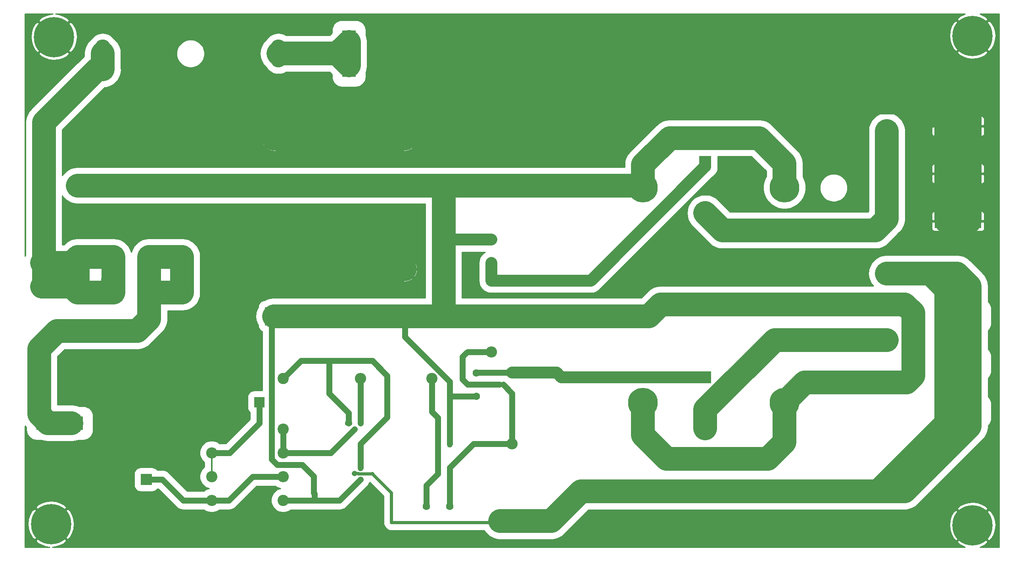
<source format=gbr>
G04 #@! TF.GenerationSoftware,KiCad,Pcbnew,(5.1.10-1-10_14)*
G04 #@! TF.CreationDate,2022-02-01T17:34:12+11:00*
G04 #@! TF.ProjectId,EDUC-8 PSU,45445543-2d38-4205-9053-552e6b696361,rev?*
G04 #@! TF.SameCoordinates,Original*
G04 #@! TF.FileFunction,Copper,L2,Bot*
G04 #@! TF.FilePolarity,Positive*
%FSLAX46Y46*%
G04 Gerber Fmt 4.6, Leading zero omitted, Abs format (unit mm)*
G04 Created by KiCad (PCBNEW (5.1.10-1-10_14)) date 2022-02-01 17:34:12*
%MOMM*%
%LPD*%
G01*
G04 APERTURE LIST*
G04 #@! TA.AperFunction,ComponentPad*
%ADD10O,1.700000X1.700000*%
G04 #@! TD*
G04 #@! TA.AperFunction,ComponentPad*
%ADD11R,1.700000X1.700000*%
G04 #@! TD*
G04 #@! TA.AperFunction,ComponentPad*
%ADD12O,3.250000X6.000000*%
G04 #@! TD*
G04 #@! TA.AperFunction,ComponentPad*
%ADD13O,3.200000X3.200000*%
G04 #@! TD*
G04 #@! TA.AperFunction,ComponentPad*
%ADD14R,3.200000X3.200000*%
G04 #@! TD*
G04 #@! TA.AperFunction,ComponentPad*
%ADD15O,2.200000X2.200000*%
G04 #@! TD*
G04 #@! TA.AperFunction,ComponentPad*
%ADD16R,2.200000X2.200000*%
G04 #@! TD*
G04 #@! TA.AperFunction,ComponentPad*
%ADD17R,3.000000X5.000000*%
G04 #@! TD*
G04 #@! TA.AperFunction,ComponentPad*
%ADD18R,5.000000X3.000000*%
G04 #@! TD*
G04 #@! TA.AperFunction,ComponentPad*
%ADD19C,0.900000*%
G04 #@! TD*
G04 #@! TA.AperFunction,ComponentPad*
%ADD20C,8.600000*%
G04 #@! TD*
G04 #@! TA.AperFunction,ComponentPad*
%ADD21C,6.350000*%
G04 #@! TD*
G04 #@! TA.AperFunction,ComponentPad*
%ADD22C,2.600000*%
G04 #@! TD*
G04 #@! TA.AperFunction,ComponentPad*
%ADD23R,2.600000X2.600000*%
G04 #@! TD*
G04 #@! TA.AperFunction,ComponentPad*
%ADD24O,1.200000X1.200000*%
G04 #@! TD*
G04 #@! TA.AperFunction,ComponentPad*
%ADD25O,1.600000X1.200000*%
G04 #@! TD*
G04 #@! TA.AperFunction,ComponentPad*
%ADD26C,4.000000*%
G04 #@! TD*
G04 #@! TA.AperFunction,ComponentPad*
%ADD27R,4.000000X4.000000*%
G04 #@! TD*
G04 #@! TA.AperFunction,ComponentPad*
%ADD28C,1.600000*%
G04 #@! TD*
G04 #@! TA.AperFunction,ComponentPad*
%ADD29C,2.400000*%
G04 #@! TD*
G04 #@! TA.AperFunction,ComponentPad*
%ADD30R,2.400000X2.400000*%
G04 #@! TD*
G04 #@! TA.AperFunction,ComponentPad*
%ADD31O,1.200000X1.600000*%
G04 #@! TD*
G04 #@! TA.AperFunction,ComponentPad*
%ADD32O,2.400000X2.400000*%
G04 #@! TD*
G04 #@! TA.AperFunction,Conductor*
%ADD33C,2.540000*%
G04 #@! TD*
G04 #@! TA.AperFunction,Conductor*
%ADD34C,3.810000*%
G04 #@! TD*
G04 #@! TA.AperFunction,Conductor*
%ADD35C,5.080000*%
G04 #@! TD*
G04 #@! TA.AperFunction,Conductor*
%ADD36C,0.635000*%
G04 #@! TD*
G04 #@! TA.AperFunction,Conductor*
%ADD37C,0.304800*%
G04 #@! TD*
G04 #@! TA.AperFunction,Conductor*
%ADD38C,1.270000*%
G04 #@! TD*
G04 #@! TA.AperFunction,Conductor*
%ADD39C,0.254000*%
G04 #@! TD*
G04 #@! TA.AperFunction,Conductor*
%ADD40C,0.100000*%
G04 #@! TD*
G04 APERTURE END LIST*
D10*
X134540000Y-66000000D03*
D11*
X132000000Y-66000000D03*
D10*
X134540000Y-156000000D03*
D11*
X132000000Y-156000000D03*
D10*
X134540000Y-84000000D03*
D11*
X132000000Y-84000000D03*
D12*
X45950000Y-55600000D03*
X83450000Y-55600000D03*
D13*
X40640000Y-121920000D03*
D14*
X40640000Y-106680000D03*
D13*
X62865000Y-121920000D03*
D14*
X62865000Y-106680000D03*
D13*
X40640000Y-99060000D03*
D14*
X40640000Y-83820000D03*
D13*
X62865000Y-99060000D03*
D14*
X62865000Y-83820000D03*
D15*
X69215000Y-130175000D03*
D16*
X79375000Y-130175000D03*
D17*
X98500000Y-53100000D03*
X98500000Y-58100000D03*
D18*
X39290000Y-134620000D03*
X34290000Y-134620000D03*
X231060000Y-71120000D03*
X226060000Y-71120000D03*
X231060000Y-91440000D03*
X226060000Y-91440000D03*
X231060000Y-81280000D03*
X226060000Y-81280000D03*
X231060000Y-132080000D03*
X226060000Y-132080000D03*
X231060000Y-121920000D03*
X226060000Y-121920000D03*
X231060000Y-111760000D03*
X226060000Y-111760000D03*
D19*
X233928419Y-154183581D03*
X231648000Y-153239000D03*
X229367581Y-154183581D03*
X228423000Y-156464000D03*
X229367581Y-158744419D03*
X231648000Y-159689000D03*
X233928419Y-158744419D03*
X234873000Y-156464000D03*
D20*
X231648000Y-156464000D03*
D19*
X233928419Y-49535581D03*
X231648000Y-48591000D03*
X229367581Y-49535581D03*
X228423000Y-51816000D03*
X229367581Y-54096419D03*
X231648000Y-55041000D03*
X233928419Y-54096419D03*
X234873000Y-51816000D03*
D20*
X231648000Y-51816000D03*
D19*
X37840419Y-49789581D03*
X35560000Y-48845000D03*
X33279581Y-49789581D03*
X32335000Y-52070000D03*
X33279581Y-54350419D03*
X35560000Y-55295000D03*
X37840419Y-54350419D03*
X38785000Y-52070000D03*
D20*
X35560000Y-52070000D03*
D19*
X37205419Y-153929581D03*
X34925000Y-152985000D03*
X32644581Y-153929581D03*
X31700000Y-156210000D03*
X32644581Y-158490419D03*
X34925000Y-159435000D03*
X37205419Y-158490419D03*
X38150000Y-156210000D03*
D20*
X34925000Y-156210000D03*
D21*
X191500000Y-130250000D03*
X161300000Y-130250000D03*
D22*
X174600000Y-135720000D03*
D23*
X174600000Y-124800000D03*
D21*
X191500000Y-84250000D03*
X161300000Y-84250000D03*
D22*
X174600000Y-89720000D03*
D23*
X174600000Y-78800000D03*
D24*
X100965000Y-134620000D03*
X99695000Y-135890000D03*
D25*
X98425000Y-134620000D03*
D26*
X110490000Y-101760000D03*
D27*
X110490000Y-111760000D03*
D26*
X82550000Y-101760000D03*
D27*
X82550000Y-111760000D03*
D26*
X82550000Y-73820000D03*
D27*
X82550000Y-83820000D03*
D26*
X110490000Y-73820000D03*
D27*
X110490000Y-83820000D03*
D28*
X125730000Y-123905000D03*
X125730000Y-128905000D03*
X128900000Y-100400000D03*
X128900000Y-95400000D03*
X115015000Y-152400000D03*
X120015000Y-152400000D03*
D29*
X55245000Y-141685000D03*
D30*
X55245000Y-146685000D03*
D13*
X55880000Y-99060000D03*
D14*
X55880000Y-83820000D03*
D13*
X48260000Y-99060000D03*
D14*
X48260000Y-83820000D03*
D13*
X55880000Y-121920000D03*
D14*
X55880000Y-106680000D03*
D13*
X48260000Y-121920000D03*
D14*
X48260000Y-106680000D03*
D24*
X120015000Y-144145000D03*
X117475000Y-141605000D03*
D31*
X120015000Y-139065000D03*
D24*
X100965000Y-146685000D03*
X99695000Y-145415000D03*
D31*
X100965000Y-144145000D03*
D32*
X133350000Y-139065000D03*
D29*
X133350000Y-123825000D03*
D32*
X128905000Y-119380000D03*
D29*
X128905000Y-104140000D03*
D32*
X213360000Y-116840000D03*
D29*
X213360000Y-147320000D03*
D32*
X213360000Y-72136000D03*
D29*
X213360000Y-102616000D03*
D32*
X69215000Y-151130000D03*
D29*
X84455000Y-151130000D03*
D32*
X84455000Y-146050000D03*
D29*
X69215000Y-146050000D03*
D32*
X69215000Y-140970000D03*
D29*
X84455000Y-140970000D03*
D32*
X100965000Y-125095000D03*
D29*
X116205000Y-125095000D03*
D32*
X69215000Y-135890000D03*
D29*
X84455000Y-135890000D03*
D32*
X69215000Y-125095000D03*
D29*
X84455000Y-125095000D03*
D33*
X82550000Y-111760000D02*
X110490000Y-111760000D01*
D34*
X118745000Y-111760000D02*
X110490000Y-111760000D01*
X117475000Y-83820000D02*
X118745000Y-85090000D01*
D35*
X55880000Y-83820000D02*
X117475000Y-83820000D01*
D36*
X110490000Y-114395000D02*
X110490000Y-111760000D01*
D37*
X84455000Y-151130000D02*
X91440000Y-151130000D01*
X91440000Y-151130000D02*
X96520000Y-151130000D01*
D35*
X118745000Y-111760000D02*
X82550000Y-111760000D01*
D33*
X119090000Y-95400000D02*
X118745000Y-95055000D01*
X128900000Y-95400000D02*
X119090000Y-95400000D01*
D35*
X118745000Y-95055000D02*
X118745000Y-111760000D01*
X118745000Y-85090000D02*
X118745000Y-95055000D01*
D38*
X125730000Y-128905000D02*
X120095000Y-128905000D01*
X120095000Y-128905000D02*
X120015000Y-128985000D01*
X120015000Y-139065000D02*
X120015000Y-128985000D01*
X100965000Y-146685000D02*
X96520000Y-151130000D01*
X96520000Y-151130000D02*
X91130000Y-151130000D01*
X91130000Y-151130000D02*
X84455000Y-151130000D01*
D35*
X48260000Y-83820000D02*
X55880000Y-83820000D01*
D38*
X91130000Y-149713198D02*
X91130000Y-151130000D01*
X91000000Y-149583198D02*
X91130000Y-149713198D01*
X91000000Y-146000000D02*
X91000000Y-149583198D01*
X88510000Y-143510000D02*
X91000000Y-146000000D01*
X82005001Y-142330001D02*
X83185000Y-143510000D01*
X83185000Y-143510000D02*
X88510000Y-143510000D01*
X82005001Y-112304999D02*
X82005001Y-142330001D01*
X82550000Y-111760000D02*
X82005001Y-112304999D01*
X110490000Y-116205000D02*
X110490000Y-111760000D01*
X120015000Y-125730000D02*
X110490000Y-116205000D01*
X120015000Y-128985000D02*
X120015000Y-125730000D01*
D35*
X160870000Y-83820000D02*
X161300000Y-84250000D01*
X110490000Y-83820000D02*
X160870000Y-83820000D01*
X161300000Y-84250000D02*
X161300000Y-79365000D01*
X161300000Y-79365000D02*
X167005000Y-73660000D01*
X167005000Y-73660000D02*
X186055000Y-73660000D01*
X191500000Y-79105000D02*
X191500000Y-84250000D01*
X186055000Y-73660000D02*
X191500000Y-79105000D01*
X161300000Y-130250000D02*
X161300000Y-137170000D01*
X161300000Y-137170000D02*
X166370000Y-142240000D01*
X166370000Y-142240000D02*
X187960000Y-142240000D01*
X191500000Y-138700000D02*
X191500000Y-130250000D01*
X187960000Y-142240000D02*
X191500000Y-138700000D01*
X195790001Y-125959999D02*
X191500000Y-130250000D01*
X219019999Y-124515001D02*
X217575001Y-125959999D01*
X217575001Y-125959999D02*
X195790001Y-125959999D01*
X165100000Y-109220000D02*
X217170000Y-109220000D01*
X219019999Y-111069999D02*
X219019999Y-124515001D01*
X217170000Y-109220000D02*
X219019999Y-111069999D01*
X162560000Y-111760000D02*
X165100000Y-109220000D01*
X110490000Y-111760000D02*
X162560000Y-111760000D01*
X40640000Y-83820000D02*
X48260000Y-83820000D01*
D38*
X125810000Y-123825000D02*
X125730000Y-123905000D01*
X133350000Y-123825000D02*
X125810000Y-123825000D01*
D33*
X133350000Y-123825000D02*
X142875000Y-123825000D01*
X143850000Y-124800000D02*
X142875000Y-123825000D01*
X174600000Y-124800000D02*
X143850000Y-124800000D01*
X174600000Y-78800000D02*
X174600000Y-79800000D01*
X174600000Y-78800000D02*
X174600000Y-79700000D01*
X150160000Y-104140000D02*
X128905000Y-104140000D01*
X174600000Y-79700000D02*
X150160000Y-104140000D01*
X128900000Y-104135000D02*
X128905000Y-104140000D01*
X128900000Y-100400000D02*
X128900000Y-104135000D01*
D38*
X120015000Y-144145000D02*
X125095000Y-139065000D01*
X120015000Y-152400000D02*
X120015000Y-144145000D01*
X125095000Y-139065000D02*
X133350000Y-139065000D01*
X133350000Y-128270000D02*
X131445000Y-126365000D01*
X133350000Y-139065000D02*
X133350000Y-128270000D01*
X123825000Y-126365000D02*
X122730000Y-125270000D01*
X130635000Y-126365000D02*
X123825000Y-126365000D01*
D36*
X130635000Y-126365000D02*
X131445000Y-126365000D01*
D38*
X122730000Y-125270000D02*
X122730000Y-120475000D01*
X122730000Y-120475000D02*
X123602500Y-119602500D01*
D36*
X123825000Y-119380000D02*
X123602500Y-119602500D01*
D38*
X123825000Y-119380000D02*
X128905000Y-119380000D01*
X117475000Y-141605000D02*
X117475000Y-133475000D01*
X117475000Y-133475000D02*
X116205000Y-132205000D01*
X116205000Y-125095000D02*
X116205000Y-132205000D01*
X115015000Y-152400000D02*
X115015000Y-147985000D01*
X115015000Y-147985000D02*
X117475000Y-145525000D01*
X117475000Y-145525000D02*
X117475000Y-141605000D01*
X69215000Y-151130000D02*
X72870000Y-151130000D01*
X77950000Y-146050000D02*
X84455000Y-146050000D01*
X72870000Y-151130000D02*
X77950000Y-146050000D01*
X55245000Y-146685000D02*
X58685000Y-146685000D01*
X63130000Y-151130000D02*
X69215000Y-151130000D01*
X58685000Y-146685000D02*
X63130000Y-151130000D01*
D35*
X55880000Y-99060000D02*
X55880000Y-106680000D01*
X55880000Y-99060000D02*
X62865000Y-99060000D01*
X55880000Y-106680000D02*
X62865000Y-106680000D01*
X55880000Y-106680000D02*
X55880000Y-112395000D01*
X55880000Y-112395000D02*
X53340000Y-114935000D01*
X53340000Y-114935000D02*
X36195000Y-114935000D01*
X36195000Y-114935000D02*
X32385000Y-118745000D01*
X32385000Y-132715000D02*
X34290000Y-134620000D01*
X32385000Y-118745000D02*
X32385000Y-132715000D01*
X34290000Y-134620000D02*
X39290000Y-134620000D01*
X62865000Y-99060000D02*
X62865000Y-106680000D01*
X48120000Y-104000000D02*
X48260000Y-104140000D01*
D33*
X48260000Y-104140000D02*
X48260000Y-106680000D01*
X48260000Y-99060000D02*
X48260000Y-104140000D01*
D35*
X48260000Y-106680000D02*
X48260000Y-99060000D01*
X40640000Y-99060000D02*
X40640000Y-106680000D01*
X40640000Y-99060000D02*
X48260000Y-99060000D01*
X39370000Y-105410000D02*
X40640000Y-106680000D01*
X33020000Y-105410000D02*
X39370000Y-105410000D01*
X39290000Y-100410000D02*
X40640000Y-99060000D01*
X33020000Y-100410000D02*
X39290000Y-100410000D01*
X40640000Y-106680000D02*
X48260000Y-106680000D01*
X45950000Y-55600000D02*
X45950000Y-58950000D01*
X45950000Y-58950000D02*
X44750000Y-58950000D01*
X44750000Y-58950000D02*
X33400000Y-70300000D01*
X33400000Y-105030000D02*
X33020000Y-105410000D01*
X33400000Y-70300000D02*
X33400000Y-105030000D01*
D37*
X69215000Y-146050000D02*
X69215000Y-140970000D01*
D38*
X79375000Y-130175000D02*
X79375000Y-134625000D01*
X73030000Y-140970000D02*
X69215000Y-140970000D01*
X79375000Y-134625000D02*
X73030000Y-140970000D01*
D37*
X99695000Y-145415000D02*
X103505000Y-145415000D01*
X103505000Y-145415000D02*
X106680000Y-148590000D01*
D36*
X131127500Y-155892500D02*
X107632500Y-155892500D01*
X107632500Y-155892500D02*
X107632500Y-149542500D01*
X100591038Y-145462510D02*
X103552510Y-145462510D01*
X100543528Y-145415000D02*
X100591038Y-145462510D01*
X99695000Y-145415000D02*
X100543528Y-145415000D01*
X103822500Y-145732500D02*
X103505000Y-145415000D01*
X103552510Y-145462510D02*
X103822500Y-145732500D01*
X107632500Y-149542500D02*
X103822500Y-145732500D01*
D35*
X211455000Y-149225000D02*
X213360000Y-147320000D01*
X226060000Y-134620000D02*
X213360000Y-147320000D01*
X226060000Y-111760000D02*
X226060000Y-134620000D01*
X231060000Y-111760000D02*
X231060000Y-132080000D01*
X213360000Y-102616000D02*
X222631000Y-102616000D01*
X226060000Y-106045000D02*
X226060000Y-111760000D01*
X222631000Y-102616000D02*
X226060000Y-106045000D01*
X222631000Y-102616000D02*
X228346000Y-102616000D01*
X231060000Y-105330000D02*
X231060000Y-111760000D01*
X228346000Y-102616000D02*
X231060000Y-105330000D01*
X231060000Y-132080000D02*
X231060000Y-135335000D01*
X217170000Y-149225000D02*
X211455000Y-149225000D01*
X231060000Y-135335000D02*
X217170000Y-149225000D01*
X148075000Y-149225000D02*
X211455000Y-149225000D01*
X141725000Y-155575000D02*
X148075000Y-149225000D01*
X130810000Y-155575000D02*
X141725000Y-155575000D01*
X174600000Y-135720000D02*
X174600000Y-131700000D01*
X189460000Y-116840000D02*
X213360000Y-116840000D01*
X174600000Y-131700000D02*
X189460000Y-116840000D01*
X174600000Y-89720000D02*
X178280000Y-93400000D01*
X178280000Y-93400000D02*
X210900000Y-93400000D01*
X213360000Y-90940000D02*
X213360000Y-72136000D01*
X210900000Y-93400000D02*
X213360000Y-90940000D01*
D36*
X98425000Y-133385000D02*
X98425000Y-134620000D01*
D38*
X100965000Y-139065000D02*
X106680000Y-133350000D01*
X100965000Y-144145000D02*
X100965000Y-139065000D01*
X106680000Y-124460000D02*
X103505000Y-121285000D01*
X106680000Y-133350000D02*
X106680000Y-124460000D01*
X88265000Y-121285000D02*
X84455000Y-125095000D01*
X98425000Y-134620000D02*
X98425000Y-132425000D01*
X98425000Y-132425000D02*
X94285000Y-128285000D01*
X94285000Y-128285000D02*
X94285000Y-121285000D01*
X94285000Y-121285000D02*
X88265000Y-121285000D01*
X103505000Y-121285000D02*
X94285000Y-121285000D01*
X84455000Y-135890000D02*
X84455000Y-140970000D01*
X94615000Y-140970000D02*
X99695000Y-135890000D01*
X84455000Y-140970000D02*
X94615000Y-140970000D01*
X100965000Y-125095000D02*
X100965000Y-134620000D01*
D34*
X82550000Y-101760000D02*
X79721573Y-101760000D01*
D33*
X57479999Y-120320001D02*
X58114999Y-120320001D01*
X55880000Y-121920000D02*
X57479999Y-120320001D01*
D36*
X69215000Y-135890000D02*
X69215000Y-130175000D01*
X69215000Y-130175000D02*
X69215000Y-125095000D01*
D35*
X112489999Y-71820001D02*
X112489999Y-71660001D01*
X110490000Y-73820000D02*
X112489999Y-71820001D01*
X48260000Y-121920000D02*
X55880000Y-121920000D01*
X110490000Y-73820000D02*
X82550000Y-73820000D01*
X82550000Y-101760000D02*
X110490000Y-101760000D01*
X118110000Y-66200000D02*
X110490000Y-73820000D01*
X118110000Y-66040000D02*
X118110000Y-66200000D01*
X66040000Y-121920000D02*
X69215000Y-125095000D01*
X55880000Y-121920000D02*
X66040000Y-121920000D01*
X69215000Y-115095000D02*
X69215000Y-125095000D01*
X82550000Y-101760000D02*
X69215000Y-115095000D01*
X40640000Y-121920000D02*
X48260000Y-121920000D01*
X231060000Y-91440000D02*
X231060000Y-68500000D01*
X228600000Y-66040000D02*
X210820000Y-66040000D01*
X231060000Y-68500000D02*
X228600000Y-66040000D01*
X210820000Y-66040000D02*
X221996000Y-66040000D01*
X118110000Y-66040000D02*
X210820000Y-66040000D01*
X226060000Y-70104000D02*
X221996000Y-66040000D01*
X226060000Y-91440000D02*
X226060000Y-70104000D01*
X69215000Y-125095000D02*
X69215000Y-135890000D01*
X61040000Y-135890000D02*
X55245000Y-141685000D01*
X69215000Y-135890000D02*
X61040000Y-135890000D01*
X226060000Y-91440000D02*
X231060000Y-91440000D01*
X96000000Y-55600000D02*
X98500000Y-53100000D01*
X96000000Y-55600000D02*
X98500000Y-58100000D01*
X83450000Y-55600000D02*
X96000000Y-55600000D01*
X98500000Y-53100000D02*
X98500000Y-58100000D01*
D39*
X34659079Y-47193649D02*
X33725062Y-47463107D01*
X32861560Y-47909606D01*
X32748946Y-47984851D01*
X32256787Y-48587182D01*
X35560000Y-51890395D01*
X38863213Y-48587182D01*
X38371054Y-47984851D01*
X37520067Y-47514937D01*
X36593757Y-47220071D01*
X35898550Y-47142000D01*
X230045674Y-47142000D01*
X229813062Y-47209107D01*
X228949560Y-47655606D01*
X228836946Y-47730851D01*
X228344787Y-48333182D01*
X231648000Y-51636395D01*
X234951213Y-48333182D01*
X234459054Y-47730851D01*
X233608067Y-47260937D01*
X233234431Y-47142000D01*
X237338000Y-47142000D01*
X237338001Y-161138000D01*
X233250326Y-161138000D01*
X233482938Y-161070893D01*
X234346440Y-160624394D01*
X234459054Y-160549149D01*
X234951213Y-159946818D01*
X231648000Y-156643605D01*
X228344787Y-159946818D01*
X228836946Y-160549149D01*
X229687933Y-161019063D01*
X230061569Y-161138000D01*
X35216276Y-161138000D01*
X35825921Y-161086351D01*
X36759938Y-160816893D01*
X37623440Y-160370394D01*
X37736054Y-160295149D01*
X38228213Y-159692818D01*
X34925000Y-156389605D01*
X31621787Y-159692818D01*
X32113946Y-160295149D01*
X32964933Y-160765063D01*
X33891243Y-161059929D01*
X34586450Y-161138000D01*
X29362000Y-161138000D01*
X29362000Y-156142281D01*
X29966586Y-156142281D01*
X30048649Y-157110921D01*
X30318107Y-158044938D01*
X30764606Y-158908440D01*
X30839851Y-159021054D01*
X31442182Y-159513213D01*
X34745395Y-156210000D01*
X35104605Y-156210000D01*
X38407818Y-159513213D01*
X39010149Y-159021054D01*
X39480063Y-158170067D01*
X39774929Y-157243757D01*
X39883414Y-156277719D01*
X39801351Y-155309079D01*
X39531893Y-154375062D01*
X39085394Y-153511560D01*
X39010149Y-153398946D01*
X38407818Y-152906787D01*
X35104605Y-156210000D01*
X34745395Y-156210000D01*
X31442182Y-152906787D01*
X30839851Y-153398946D01*
X30369937Y-154249933D01*
X30075071Y-155176243D01*
X29966586Y-156142281D01*
X29362000Y-156142281D01*
X29362000Y-152727182D01*
X31621787Y-152727182D01*
X34925000Y-156030395D01*
X38228213Y-152727182D01*
X37736054Y-152124851D01*
X36885067Y-151654937D01*
X35958757Y-151360071D01*
X34992719Y-151251586D01*
X34024079Y-151333649D01*
X33090062Y-151603107D01*
X32226560Y-152049606D01*
X32113946Y-152124851D01*
X31621787Y-152727182D01*
X29362000Y-152727182D01*
X29362000Y-142962980D01*
X54146626Y-142962980D01*
X54266514Y-143247836D01*
X54590210Y-143408699D01*
X54939069Y-143503322D01*
X55299684Y-143528067D01*
X55658198Y-143481985D01*
X56000833Y-143366846D01*
X56223486Y-143247836D01*
X56343374Y-142962980D01*
X55245000Y-141864605D01*
X54146626Y-142962980D01*
X29362000Y-142962980D01*
X29362000Y-141739684D01*
X53401933Y-141739684D01*
X53448015Y-142098198D01*
X53563154Y-142440833D01*
X53682164Y-142663486D01*
X53967020Y-142783374D01*
X55065395Y-141685000D01*
X55424605Y-141685000D01*
X56522980Y-142783374D01*
X56807836Y-142663486D01*
X56968699Y-142339790D01*
X57063322Y-141990931D01*
X57088067Y-141630316D01*
X57041985Y-141271802D01*
X56926846Y-140929167D01*
X56807836Y-140706514D01*
X56522980Y-140586626D01*
X55424605Y-141685000D01*
X55065395Y-141685000D01*
X53967020Y-140586626D01*
X53682164Y-140706514D01*
X53521301Y-141030210D01*
X53426678Y-141379069D01*
X53401933Y-141739684D01*
X29362000Y-141739684D01*
X29362000Y-140407020D01*
X54146626Y-140407020D01*
X55245000Y-141505395D01*
X56343374Y-140407020D01*
X56223486Y-140122164D01*
X55899790Y-139961301D01*
X55550931Y-139866678D01*
X55190316Y-139841933D01*
X54831802Y-139888015D01*
X54489167Y-140003154D01*
X54266514Y-140122164D01*
X54146626Y-140407020D01*
X29362000Y-140407020D01*
X29362000Y-135237392D01*
X29460237Y-135357093D01*
X29587652Y-135512349D01*
X29652709Y-135565740D01*
X29652709Y-136120000D01*
X29693776Y-136536965D01*
X29815401Y-136937906D01*
X30012907Y-137307415D01*
X30278707Y-137631293D01*
X30602585Y-137897093D01*
X30972094Y-138094599D01*
X31373035Y-138216224D01*
X31790000Y-138257291D01*
X32743118Y-138257291D01*
X32776086Y-138274913D01*
X33244484Y-138417000D01*
X33518212Y-138500035D01*
X34290000Y-138576049D01*
X34483409Y-138557000D01*
X39483409Y-138557000D01*
X40061787Y-138500035D01*
X40803914Y-138274913D01*
X40836882Y-138257291D01*
X41790000Y-138257291D01*
X42206965Y-138216224D01*
X42607906Y-138094599D01*
X42977415Y-137897093D01*
X43301293Y-137631293D01*
X43567093Y-137307415D01*
X43764599Y-136937906D01*
X43886224Y-136536965D01*
X43909384Y-136301805D01*
X67426805Y-136301805D01*
X67499379Y-136541066D01*
X67659361Y-136863257D01*
X67879125Y-137148046D01*
X68150226Y-137384489D01*
X68462246Y-137563500D01*
X68803194Y-137678199D01*
X69088000Y-137561854D01*
X69088000Y-136017000D01*
X69342000Y-136017000D01*
X69342000Y-137561854D01*
X69626806Y-137678199D01*
X69967754Y-137563500D01*
X70279774Y-137384489D01*
X70550875Y-137148046D01*
X70770639Y-136863257D01*
X70930621Y-136541066D01*
X71003195Y-136301805D01*
X70886432Y-136017000D01*
X69342000Y-136017000D01*
X69088000Y-136017000D01*
X67543568Y-136017000D01*
X67426805Y-136301805D01*
X43909384Y-136301805D01*
X43927291Y-136120000D01*
X43927291Y-135478195D01*
X67426805Y-135478195D01*
X67543568Y-135763000D01*
X69088000Y-135763000D01*
X69088000Y-134218146D01*
X69342000Y-134218146D01*
X69342000Y-135763000D01*
X70886432Y-135763000D01*
X71003195Y-135478195D01*
X70930621Y-135238934D01*
X70770639Y-134916743D01*
X70550875Y-134631954D01*
X70279774Y-134395511D01*
X69967754Y-134216500D01*
X69626806Y-134101801D01*
X69342000Y-134218146D01*
X69088000Y-134218146D01*
X68803194Y-134101801D01*
X68462246Y-134216500D01*
X68150226Y-134395511D01*
X67879125Y-134631954D01*
X67659361Y-134916743D01*
X67499379Y-135238934D01*
X67426805Y-135478195D01*
X43927291Y-135478195D01*
X43927291Y-133120000D01*
X43886224Y-132703035D01*
X43764599Y-132302094D01*
X43567093Y-131932585D01*
X43301293Y-131608707D01*
X42977415Y-131342907D01*
X42607906Y-131145401D01*
X42206965Y-131023776D01*
X41790000Y-130982709D01*
X40836882Y-130982709D01*
X40803914Y-130965087D01*
X40061787Y-130739965D01*
X39483409Y-130683000D01*
X36322000Y-130683000D01*
X36322000Y-130571122D01*
X67525825Y-130571122D01*
X67590425Y-130784094D01*
X67740469Y-131089329D01*
X67947178Y-131359427D01*
X68202609Y-131584008D01*
X68496946Y-131754442D01*
X68818877Y-131864179D01*
X69088000Y-131746600D01*
X69088000Y-130302000D01*
X69342000Y-130302000D01*
X69342000Y-131746600D01*
X69611123Y-131864179D01*
X69933054Y-131754442D01*
X70227391Y-131584008D01*
X70482822Y-131359427D01*
X70689531Y-131089329D01*
X70839575Y-130784094D01*
X70904175Y-130571122D01*
X70786125Y-130302000D01*
X69342000Y-130302000D01*
X69088000Y-130302000D01*
X67643875Y-130302000D01*
X67525825Y-130571122D01*
X36322000Y-130571122D01*
X36322000Y-129778878D01*
X67525825Y-129778878D01*
X67643875Y-130048000D01*
X69088000Y-130048000D01*
X69088000Y-128603400D01*
X69342000Y-128603400D01*
X69342000Y-130048000D01*
X70786125Y-130048000D01*
X70904175Y-129778878D01*
X70839575Y-129565906D01*
X70689531Y-129260671D01*
X70482822Y-128990573D01*
X70227391Y-128765992D01*
X69933054Y-128595558D01*
X69611123Y-128485821D01*
X69342000Y-128603400D01*
X69088000Y-128603400D01*
X68818877Y-128485821D01*
X68496946Y-128595558D01*
X68202609Y-128765992D01*
X67947178Y-128990573D01*
X67740469Y-129260671D01*
X67590425Y-129565906D01*
X67525825Y-129778878D01*
X36322000Y-129778878D01*
X36322000Y-125506805D01*
X67426805Y-125506805D01*
X67499379Y-125746066D01*
X67659361Y-126068257D01*
X67879125Y-126353046D01*
X68150226Y-126589489D01*
X68462246Y-126768500D01*
X68803194Y-126883199D01*
X69088000Y-126766854D01*
X69088000Y-125222000D01*
X69342000Y-125222000D01*
X69342000Y-126766854D01*
X69626806Y-126883199D01*
X69967754Y-126768500D01*
X70279774Y-126589489D01*
X70550875Y-126353046D01*
X70770639Y-126068257D01*
X70930621Y-125746066D01*
X71003195Y-125506805D01*
X70886432Y-125222000D01*
X69342000Y-125222000D01*
X69088000Y-125222000D01*
X67543568Y-125222000D01*
X67426805Y-125506805D01*
X36322000Y-125506805D01*
X36322000Y-124683195D01*
X67426805Y-124683195D01*
X67543568Y-124968000D01*
X69088000Y-124968000D01*
X69088000Y-123423146D01*
X69342000Y-123423146D01*
X69342000Y-124968000D01*
X70886432Y-124968000D01*
X71003195Y-124683195D01*
X70930621Y-124443934D01*
X70770639Y-124121743D01*
X70550875Y-123836954D01*
X70279774Y-123600511D01*
X69967754Y-123421500D01*
X69626806Y-123306801D01*
X69342000Y-123423146D01*
X69088000Y-123423146D01*
X68803194Y-123306801D01*
X68462246Y-123421500D01*
X68150226Y-123600511D01*
X67879125Y-123836954D01*
X67659361Y-124121743D01*
X67499379Y-124443934D01*
X67426805Y-124683195D01*
X36322000Y-124683195D01*
X36322000Y-122394503D01*
X38455947Y-122394503D01*
X38590484Y-122811473D01*
X38803783Y-123194184D01*
X39087646Y-123527929D01*
X39431165Y-123799882D01*
X39821139Y-123999593D01*
X40165497Y-124104050D01*
X40513000Y-123992362D01*
X40513000Y-122047000D01*
X40767000Y-122047000D01*
X40767000Y-123992362D01*
X41114503Y-124104050D01*
X41458861Y-123999593D01*
X41848835Y-123799882D01*
X42192354Y-123527929D01*
X42476217Y-123194184D01*
X42689516Y-122811473D01*
X42824053Y-122394503D01*
X46075947Y-122394503D01*
X46210484Y-122811473D01*
X46423783Y-123194184D01*
X46707646Y-123527929D01*
X47051165Y-123799882D01*
X47441139Y-123999593D01*
X47785497Y-124104050D01*
X48133000Y-123992362D01*
X48133000Y-122047000D01*
X48387000Y-122047000D01*
X48387000Y-123992362D01*
X48734503Y-124104050D01*
X49078861Y-123999593D01*
X49468835Y-123799882D01*
X49812354Y-123527929D01*
X50096217Y-123194184D01*
X50309516Y-122811473D01*
X50444053Y-122394503D01*
X53695947Y-122394503D01*
X53830484Y-122811473D01*
X54043783Y-123194184D01*
X54327646Y-123527929D01*
X54671165Y-123799882D01*
X55061139Y-123999593D01*
X55405497Y-124104050D01*
X55753000Y-123992362D01*
X55753000Y-122047000D01*
X56007000Y-122047000D01*
X56007000Y-123992362D01*
X56354503Y-124104050D01*
X56698861Y-123999593D01*
X57088835Y-123799882D01*
X57432354Y-123527929D01*
X57716217Y-123194184D01*
X57929516Y-122811473D01*
X58064053Y-122394503D01*
X60680947Y-122394503D01*
X60815484Y-122811473D01*
X61028783Y-123194184D01*
X61312646Y-123527929D01*
X61656165Y-123799882D01*
X62046139Y-123999593D01*
X62390497Y-124104050D01*
X62738000Y-123992362D01*
X62738000Y-122047000D01*
X62992000Y-122047000D01*
X62992000Y-123992362D01*
X63339503Y-124104050D01*
X63683861Y-123999593D01*
X64073835Y-123799882D01*
X64417354Y-123527929D01*
X64701217Y-123194184D01*
X64914516Y-122811473D01*
X65049053Y-122394503D01*
X64937642Y-122047000D01*
X62992000Y-122047000D01*
X62738000Y-122047000D01*
X60792358Y-122047000D01*
X60680947Y-122394503D01*
X58064053Y-122394503D01*
X57952642Y-122047000D01*
X56007000Y-122047000D01*
X55753000Y-122047000D01*
X53807358Y-122047000D01*
X53695947Y-122394503D01*
X50444053Y-122394503D01*
X50332642Y-122047000D01*
X48387000Y-122047000D01*
X48133000Y-122047000D01*
X46187358Y-122047000D01*
X46075947Y-122394503D01*
X42824053Y-122394503D01*
X42712642Y-122047000D01*
X40767000Y-122047000D01*
X40513000Y-122047000D01*
X38567358Y-122047000D01*
X38455947Y-122394503D01*
X36322000Y-122394503D01*
X36322000Y-121445497D01*
X38455947Y-121445497D01*
X38567358Y-121793000D01*
X40513000Y-121793000D01*
X40513000Y-119847638D01*
X40767000Y-119847638D01*
X40767000Y-121793000D01*
X42712642Y-121793000D01*
X42824053Y-121445497D01*
X46075947Y-121445497D01*
X46187358Y-121793000D01*
X48133000Y-121793000D01*
X48133000Y-119847638D01*
X48387000Y-119847638D01*
X48387000Y-121793000D01*
X50332642Y-121793000D01*
X50444053Y-121445497D01*
X53695947Y-121445497D01*
X53807358Y-121793000D01*
X55753000Y-121793000D01*
X55753000Y-119847638D01*
X56007000Y-119847638D01*
X56007000Y-121793000D01*
X57952642Y-121793000D01*
X58064053Y-121445497D01*
X60680947Y-121445497D01*
X60792358Y-121793000D01*
X62738000Y-121793000D01*
X62738000Y-119847638D01*
X62992000Y-119847638D01*
X62992000Y-121793000D01*
X64937642Y-121793000D01*
X65049053Y-121445497D01*
X64914516Y-121028527D01*
X64701217Y-120645816D01*
X64417354Y-120312071D01*
X64073835Y-120040118D01*
X63683861Y-119840407D01*
X63339503Y-119735950D01*
X62992000Y-119847638D01*
X62738000Y-119847638D01*
X62390497Y-119735950D01*
X62046139Y-119840407D01*
X61656165Y-120040118D01*
X61312646Y-120312071D01*
X61028783Y-120645816D01*
X60815484Y-121028527D01*
X60680947Y-121445497D01*
X58064053Y-121445497D01*
X57929516Y-121028527D01*
X57716217Y-120645816D01*
X57432354Y-120312071D01*
X57088835Y-120040118D01*
X56698861Y-119840407D01*
X56354503Y-119735950D01*
X56007000Y-119847638D01*
X55753000Y-119847638D01*
X55405497Y-119735950D01*
X55061139Y-119840407D01*
X54671165Y-120040118D01*
X54327646Y-120312071D01*
X54043783Y-120645816D01*
X53830484Y-121028527D01*
X53695947Y-121445497D01*
X50444053Y-121445497D01*
X50309516Y-121028527D01*
X50096217Y-120645816D01*
X49812354Y-120312071D01*
X49468835Y-120040118D01*
X49078861Y-119840407D01*
X48734503Y-119735950D01*
X48387000Y-119847638D01*
X48133000Y-119847638D01*
X47785497Y-119735950D01*
X47441139Y-119840407D01*
X47051165Y-120040118D01*
X46707646Y-120312071D01*
X46423783Y-120645816D01*
X46210484Y-121028527D01*
X46075947Y-121445497D01*
X42824053Y-121445497D01*
X42689516Y-121028527D01*
X42476217Y-120645816D01*
X42192354Y-120312071D01*
X41848835Y-120040118D01*
X41458861Y-119840407D01*
X41114503Y-119735950D01*
X40767000Y-119847638D01*
X40513000Y-119847638D01*
X40165497Y-119735950D01*
X39821139Y-119840407D01*
X39431165Y-120040118D01*
X39087646Y-120312071D01*
X38803783Y-120645816D01*
X38590484Y-121028527D01*
X38455947Y-121445497D01*
X36322000Y-121445497D01*
X36322000Y-120375758D01*
X37825759Y-118872000D01*
X53146601Y-118872000D01*
X53340000Y-118891048D01*
X53533399Y-118872000D01*
X53533409Y-118872000D01*
X54111787Y-118815035D01*
X54853914Y-118589913D01*
X55537863Y-118224335D01*
X56137349Y-117732349D01*
X56260643Y-117582114D01*
X58527110Y-115315647D01*
X58677349Y-115192349D01*
X59169335Y-114592863D01*
X59534913Y-113908914D01*
X59760035Y-113166787D01*
X59817000Y-112588409D01*
X59817000Y-112588400D01*
X59836048Y-112395001D01*
X59817000Y-112201602D01*
X59817000Y-110617000D01*
X62671592Y-110617000D01*
X62865000Y-110636049D01*
X63636787Y-110560035D01*
X64378914Y-110334913D01*
X65062863Y-109969335D01*
X65662349Y-109477349D01*
X66154335Y-108877863D01*
X66519913Y-108193914D01*
X66745035Y-107451787D01*
X66802000Y-106873409D01*
X66802000Y-106873408D01*
X66821049Y-106680000D01*
X66802000Y-106486591D01*
X66802000Y-103607499D01*
X80882106Y-103607499D01*
X81098228Y-103974258D01*
X81558105Y-104214938D01*
X82056098Y-104361275D01*
X82573071Y-104407648D01*
X83089159Y-104352273D01*
X83584526Y-104197279D01*
X84001772Y-103974258D01*
X84217894Y-103607499D01*
X108822106Y-103607499D01*
X109038228Y-103974258D01*
X109498105Y-104214938D01*
X109996098Y-104361275D01*
X110513071Y-104407648D01*
X111029159Y-104352273D01*
X111524526Y-104197279D01*
X111941772Y-103974258D01*
X112157894Y-103607499D01*
X110490000Y-101939605D01*
X108822106Y-103607499D01*
X84217894Y-103607499D01*
X82550000Y-101939605D01*
X80882106Y-103607499D01*
X66802000Y-103607499D01*
X66802000Y-101783071D01*
X79902352Y-101783071D01*
X79957727Y-102299159D01*
X80112721Y-102794526D01*
X80335742Y-103211772D01*
X80702501Y-103427894D01*
X82370395Y-101760000D01*
X82729605Y-101760000D01*
X84397499Y-103427894D01*
X84764258Y-103211772D01*
X85004938Y-102751895D01*
X85151275Y-102253902D01*
X85193509Y-101783071D01*
X107842352Y-101783071D01*
X107897727Y-102299159D01*
X108052721Y-102794526D01*
X108275742Y-103211772D01*
X108642501Y-103427894D01*
X110310395Y-101760000D01*
X110669605Y-101760000D01*
X112337499Y-103427894D01*
X112704258Y-103211772D01*
X112944938Y-102751895D01*
X113091275Y-102253902D01*
X113137648Y-101736929D01*
X113082273Y-101220841D01*
X112927279Y-100725474D01*
X112704258Y-100308228D01*
X112337499Y-100092106D01*
X110669605Y-101760000D01*
X110310395Y-101760000D01*
X108642501Y-100092106D01*
X108275742Y-100308228D01*
X108035062Y-100768105D01*
X107888725Y-101266098D01*
X107842352Y-101783071D01*
X85193509Y-101783071D01*
X85197648Y-101736929D01*
X85142273Y-101220841D01*
X84987279Y-100725474D01*
X84764258Y-100308228D01*
X84397499Y-100092106D01*
X82729605Y-101760000D01*
X82370395Y-101760000D01*
X80702501Y-100092106D01*
X80335742Y-100308228D01*
X80095062Y-100768105D01*
X79948725Y-101266098D01*
X79902352Y-101783071D01*
X66802000Y-101783071D01*
X66802000Y-99912501D01*
X80882106Y-99912501D01*
X82550000Y-101580395D01*
X84217894Y-99912501D01*
X108822106Y-99912501D01*
X110490000Y-101580395D01*
X112157894Y-99912501D01*
X111941772Y-99545742D01*
X111481895Y-99305062D01*
X110983902Y-99158725D01*
X110466929Y-99112352D01*
X109950841Y-99167727D01*
X109455474Y-99322721D01*
X109038228Y-99545742D01*
X108822106Y-99912501D01*
X84217894Y-99912501D01*
X84001772Y-99545742D01*
X83541895Y-99305062D01*
X83043902Y-99158725D01*
X82526929Y-99112352D01*
X82010841Y-99167727D01*
X81515474Y-99322721D01*
X81098228Y-99545742D01*
X80882106Y-99912501D01*
X66802000Y-99912501D01*
X66802000Y-99253409D01*
X66821049Y-99060000D01*
X66789135Y-98735965D01*
X66745035Y-98288213D01*
X66519913Y-97546086D01*
X66154335Y-96862137D01*
X65662349Y-96262651D01*
X65062863Y-95770665D01*
X64774227Y-95616386D01*
X64378914Y-95405087D01*
X63636787Y-95179965D01*
X63058409Y-95123000D01*
X63058408Y-95123000D01*
X62865000Y-95103951D01*
X62671591Y-95123000D01*
X56073408Y-95123000D01*
X55880000Y-95103951D01*
X55686591Y-95123000D01*
X55108213Y-95179965D01*
X54366086Y-95405087D01*
X53682137Y-95770665D01*
X53082651Y-96262651D01*
X52590665Y-96862137D01*
X52225087Y-97546086D01*
X52070000Y-98057339D01*
X51914913Y-97546086D01*
X51549335Y-96862137D01*
X51057349Y-96262651D01*
X50457863Y-95770665D01*
X49773914Y-95405087D01*
X49031787Y-95179965D01*
X48260000Y-95103951D01*
X48066592Y-95123000D01*
X40833408Y-95123000D01*
X40640000Y-95103951D01*
X40446591Y-95123000D01*
X39868213Y-95179965D01*
X39126086Y-95405087D01*
X38442137Y-95770665D01*
X37842651Y-96262651D01*
X37719353Y-96412890D01*
X37659243Y-96473000D01*
X37337000Y-96473000D01*
X37337000Y-85992298D01*
X37350665Y-86017863D01*
X37842651Y-86617349D01*
X38442137Y-87109335D01*
X39126086Y-87474913D01*
X39868213Y-87700035D01*
X40446591Y-87757000D01*
X114808000Y-87757000D01*
X114808001Y-94861582D01*
X114808000Y-94861592D01*
X114808001Y-107823000D01*
X82356591Y-107823000D01*
X81778213Y-107879965D01*
X81036086Y-108105087D01*
X80566209Y-108356241D01*
X80550000Y-108356241D01*
X80276140Y-108383214D01*
X80012805Y-108463096D01*
X79770113Y-108592817D01*
X79557392Y-108767392D01*
X79382817Y-108980113D01*
X79253096Y-109222805D01*
X79173214Y-109486140D01*
X79146241Y-109760000D01*
X79146241Y-109776209D01*
X78895087Y-110246086D01*
X78669965Y-110988213D01*
X78593951Y-111760000D01*
X78669965Y-112531787D01*
X78895087Y-113273914D01*
X79146241Y-113743791D01*
X79146241Y-113760000D01*
X79173214Y-114033860D01*
X79253096Y-114297195D01*
X79382817Y-114539887D01*
X79557392Y-114752608D01*
X79770113Y-114927183D01*
X79973001Y-115035628D01*
X79973002Y-127671241D01*
X78275000Y-127671241D01*
X78001140Y-127698214D01*
X77737805Y-127778096D01*
X77495113Y-127907817D01*
X77282392Y-128082392D01*
X77107817Y-128295113D01*
X76978096Y-128537805D01*
X76898214Y-128801140D01*
X76871241Y-129075000D01*
X76871241Y-131275000D01*
X76898214Y-131548860D01*
X76978096Y-131812195D01*
X77107817Y-132054887D01*
X77282392Y-132267608D01*
X77343000Y-132317348D01*
X77343001Y-133783317D01*
X72188319Y-138938000D01*
X70848374Y-138938000D01*
X70445141Y-138668568D01*
X69972517Y-138472801D01*
X69470782Y-138373000D01*
X68959218Y-138373000D01*
X68457483Y-138472801D01*
X67984859Y-138668568D01*
X67559509Y-138952778D01*
X67197778Y-139314509D01*
X66913568Y-139739859D01*
X66717801Y-140212483D01*
X66618000Y-140714218D01*
X66618000Y-141225782D01*
X66717801Y-141727517D01*
X66913568Y-142200141D01*
X67197778Y-142625491D01*
X67559509Y-142987222D01*
X67665601Y-143058110D01*
X67665600Y-143961890D01*
X67559509Y-144032778D01*
X67197778Y-144394509D01*
X66913568Y-144819859D01*
X66717801Y-145292483D01*
X66618000Y-145794218D01*
X66618000Y-146305782D01*
X66717801Y-146807517D01*
X66913568Y-147280141D01*
X67197778Y-147705491D01*
X67559509Y-148067222D01*
X67984859Y-148351432D01*
X68457483Y-148547199D01*
X68672659Y-148590000D01*
X68457483Y-148632801D01*
X67984859Y-148828568D01*
X67581626Y-149098000D01*
X63971682Y-149098000D01*
X60192429Y-145318748D01*
X60128793Y-145241207D01*
X59819381Y-144987280D01*
X59466375Y-144798594D01*
X59083341Y-144682402D01*
X58784816Y-144653000D01*
X58784813Y-144653000D01*
X58685000Y-144643169D01*
X58585187Y-144653000D01*
X57569415Y-144653000D01*
X57437608Y-144492392D01*
X57224887Y-144317817D01*
X56982195Y-144188096D01*
X56718860Y-144108214D01*
X56445000Y-144081241D01*
X54045000Y-144081241D01*
X53771140Y-144108214D01*
X53507805Y-144188096D01*
X53265113Y-144317817D01*
X53052392Y-144492392D01*
X52877817Y-144705113D01*
X52748096Y-144947805D01*
X52668214Y-145211140D01*
X52641241Y-145485000D01*
X52641241Y-147885000D01*
X52668214Y-148158860D01*
X52748096Y-148422195D01*
X52877817Y-148664887D01*
X53052392Y-148877608D01*
X53265113Y-149052183D01*
X53507805Y-149181904D01*
X53771140Y-149261786D01*
X54045000Y-149288759D01*
X56445000Y-149288759D01*
X56718860Y-149261786D01*
X56982195Y-149181904D01*
X57224887Y-149052183D01*
X57437608Y-148877608D01*
X57569415Y-148717000D01*
X57843319Y-148717000D01*
X61622575Y-152496257D01*
X61686207Y-152573793D01*
X61811092Y-152676283D01*
X61995618Y-152827720D01*
X62183009Y-152927882D01*
X62348625Y-153016406D01*
X62731659Y-153132598D01*
X63030184Y-153162000D01*
X63030185Y-153162000D01*
X63129999Y-153171831D01*
X63229813Y-153162000D01*
X67581626Y-153162000D01*
X67984859Y-153431432D01*
X68457483Y-153627199D01*
X68959218Y-153727000D01*
X69470782Y-153727000D01*
X69972517Y-153627199D01*
X70445141Y-153431432D01*
X70848374Y-153162000D01*
X72770187Y-153162000D01*
X72870000Y-153171831D01*
X72969813Y-153162000D01*
X72969816Y-153162000D01*
X73268341Y-153132598D01*
X73651375Y-153016406D01*
X74004381Y-152827720D01*
X74313793Y-152573793D01*
X74377429Y-152496252D01*
X78791682Y-148082000D01*
X82821626Y-148082000D01*
X83224859Y-148351432D01*
X83697483Y-148547199D01*
X83912659Y-148590000D01*
X83697483Y-148632801D01*
X83224859Y-148828568D01*
X82799509Y-149112778D01*
X82437778Y-149474509D01*
X82153568Y-149899859D01*
X81957801Y-150372483D01*
X81858000Y-150874218D01*
X81858000Y-151385782D01*
X81957801Y-151887517D01*
X82153568Y-152360141D01*
X82437778Y-152785491D01*
X82799509Y-153147222D01*
X83224859Y-153431432D01*
X83697483Y-153627199D01*
X84199218Y-153727000D01*
X84710782Y-153727000D01*
X85212517Y-153627199D01*
X85685141Y-153431432D01*
X86088374Y-153162000D01*
X91030184Y-153162000D01*
X91130000Y-153171831D01*
X91229816Y-153162000D01*
X96420187Y-153162000D01*
X96520000Y-153171831D01*
X96619813Y-153162000D01*
X96619816Y-153162000D01*
X96918341Y-153132598D01*
X97301375Y-153016406D01*
X97654381Y-152827720D01*
X97963793Y-152573793D01*
X98027429Y-152496252D01*
X102472421Y-148051261D01*
X102662720Y-147819382D01*
X102851405Y-147466376D01*
X102916644Y-147251312D01*
X105918001Y-150252671D01*
X105918000Y-155808279D01*
X105909705Y-155892500D01*
X105942808Y-156228601D01*
X106040845Y-156551785D01*
X106200048Y-156849634D01*
X106321584Y-156997725D01*
X106414300Y-157110700D01*
X106675366Y-157324952D01*
X106973215Y-157484155D01*
X107296399Y-157582192D01*
X107632500Y-157615295D01*
X107716720Y-157607000D01*
X127432009Y-157607000D01*
X127520665Y-157772863D01*
X128012651Y-158372349D01*
X128612137Y-158864335D01*
X129296086Y-159229913D01*
X130038213Y-159455035D01*
X130616591Y-159512000D01*
X141531601Y-159512000D01*
X141725000Y-159531048D01*
X141918399Y-159512000D01*
X141918409Y-159512000D01*
X142496787Y-159455035D01*
X143238914Y-159229913D01*
X143922863Y-158864335D01*
X144522349Y-158372349D01*
X144645643Y-158222115D01*
X146471477Y-156396281D01*
X226689586Y-156396281D01*
X226771649Y-157364921D01*
X227041107Y-158298938D01*
X227487606Y-159162440D01*
X227562851Y-159275054D01*
X228165182Y-159767213D01*
X231468395Y-156464000D01*
X231827605Y-156464000D01*
X235130818Y-159767213D01*
X235733149Y-159275054D01*
X236203063Y-158424067D01*
X236497929Y-157497757D01*
X236606414Y-156531719D01*
X236524351Y-155563079D01*
X236254893Y-154629062D01*
X235808394Y-153765560D01*
X235733149Y-153652946D01*
X235130818Y-153160787D01*
X231827605Y-156464000D01*
X231468395Y-156464000D01*
X228165182Y-153160787D01*
X227562851Y-153652946D01*
X227092937Y-154503933D01*
X226798071Y-155430243D01*
X226689586Y-156396281D01*
X146471477Y-156396281D01*
X149705759Y-153162000D01*
X211261601Y-153162000D01*
X211455000Y-153181048D01*
X211648399Y-153162000D01*
X216976601Y-153162000D01*
X217170000Y-153181048D01*
X217363399Y-153162000D01*
X217363409Y-153162000D01*
X217941787Y-153105035D01*
X218350075Y-152981182D01*
X228344787Y-152981182D01*
X231648000Y-156284395D01*
X234951213Y-152981182D01*
X234459054Y-152378851D01*
X233608067Y-151908937D01*
X232681757Y-151614071D01*
X231715719Y-151505586D01*
X230747079Y-151587649D01*
X229813062Y-151857107D01*
X228949560Y-152303606D01*
X228836946Y-152378851D01*
X228344787Y-152981182D01*
X218350075Y-152981182D01*
X218683914Y-152879913D01*
X219367863Y-152514335D01*
X219967349Y-152022349D01*
X220090643Y-151872115D01*
X233707115Y-138255643D01*
X233857349Y-138132349D01*
X234349335Y-137532863D01*
X234714913Y-136848914D01*
X234940035Y-136106786D01*
X234997000Y-135528408D01*
X234997000Y-135528400D01*
X235016048Y-135335001D01*
X234997972Y-135151466D01*
X235071293Y-135091293D01*
X235337093Y-134767415D01*
X235534599Y-134397906D01*
X235656224Y-133996965D01*
X235697291Y-133580000D01*
X235697291Y-130580000D01*
X235656224Y-130163035D01*
X235534599Y-129762094D01*
X235337093Y-129392585D01*
X235071293Y-129068707D01*
X234997000Y-129007736D01*
X234997000Y-124992264D01*
X235071293Y-124931293D01*
X235337093Y-124607415D01*
X235534599Y-124237906D01*
X235656224Y-123836965D01*
X235697291Y-123420000D01*
X235697291Y-120420000D01*
X235656224Y-120003035D01*
X235534599Y-119602094D01*
X235337093Y-119232585D01*
X235071293Y-118908707D01*
X234997000Y-118847736D01*
X234997000Y-114832264D01*
X235071293Y-114771293D01*
X235337093Y-114447415D01*
X235534599Y-114077906D01*
X235656224Y-113676965D01*
X235697291Y-113260000D01*
X235697291Y-110260000D01*
X235656224Y-109843035D01*
X235534599Y-109442094D01*
X235337093Y-109072585D01*
X235071293Y-108748707D01*
X234997000Y-108687736D01*
X234997000Y-105523409D01*
X235016049Y-105330000D01*
X234940035Y-104558213D01*
X234916958Y-104482137D01*
X234714913Y-103816086D01*
X234349335Y-103132137D01*
X233857349Y-102532651D01*
X233707120Y-102409361D01*
X231266643Y-99968884D01*
X231143349Y-99818651D01*
X230543863Y-99326665D01*
X229859914Y-98961087D01*
X229117787Y-98735965D01*
X228539409Y-98679000D01*
X228539399Y-98679000D01*
X228346000Y-98659952D01*
X228152601Y-98679000D01*
X222824399Y-98679000D01*
X222631000Y-98659952D01*
X222437601Y-98679000D01*
X213166591Y-98679000D01*
X212588213Y-98735965D01*
X211846086Y-98961087D01*
X211162137Y-99326665D01*
X210562651Y-99818651D01*
X210070665Y-100418137D01*
X209705087Y-101102086D01*
X209479965Y-101844213D01*
X209403951Y-102616000D01*
X209479965Y-103387787D01*
X209705087Y-104129914D01*
X210070665Y-104813863D01*
X210455676Y-105283000D01*
X165293398Y-105283000D01*
X165099999Y-105263952D01*
X164906600Y-105283000D01*
X164906591Y-105283000D01*
X164328213Y-105339965D01*
X163586086Y-105565087D01*
X162902137Y-105930665D01*
X162302651Y-106422651D01*
X162179353Y-106572890D01*
X160929242Y-107823000D01*
X122682000Y-107823000D01*
X122682000Y-98067000D01*
X127607082Y-98067000D01*
X127411125Y-98171741D01*
X127005022Y-98505022D01*
X126671741Y-98911126D01*
X126424092Y-99374446D01*
X126271590Y-99877178D01*
X126233000Y-100268986D01*
X126233001Y-104003983D01*
X126220097Y-104135000D01*
X126271590Y-104657823D01*
X126424092Y-105160554D01*
X126484309Y-105273212D01*
X126671742Y-105623875D01*
X126812584Y-105795491D01*
X126921505Y-105928212D01*
X126921508Y-105928215D01*
X127005023Y-106029978D01*
X127007766Y-106032229D01*
X127010022Y-106034978D01*
X127416125Y-106368259D01*
X127879445Y-106615908D01*
X128382177Y-106768410D01*
X128773985Y-106807000D01*
X128773991Y-106807000D01*
X128904999Y-106819903D01*
X129036007Y-106807000D01*
X150028992Y-106807000D01*
X150160000Y-106819903D01*
X150291008Y-106807000D01*
X150291015Y-106807000D01*
X150682823Y-106768410D01*
X151185555Y-106615908D01*
X151648875Y-106368259D01*
X152054978Y-106034978D01*
X152138497Y-105933210D01*
X168351707Y-89720000D01*
X170643952Y-89720000D01*
X170719966Y-90491787D01*
X170945088Y-91233914D01*
X171310666Y-91917863D01*
X171679360Y-92367118D01*
X175359361Y-96047120D01*
X175482651Y-96197349D01*
X175632879Y-96320638D01*
X175632881Y-96320640D01*
X175768074Y-96431590D01*
X176082137Y-96689335D01*
X176766086Y-97054913D01*
X177508213Y-97280035D01*
X178086591Y-97337000D01*
X178086601Y-97337000D01*
X178280000Y-97356048D01*
X178473399Y-97337000D01*
X210706601Y-97337000D01*
X210900000Y-97356048D01*
X211093399Y-97337000D01*
X211093409Y-97337000D01*
X211671787Y-97280035D01*
X212413914Y-97054913D01*
X213097863Y-96689335D01*
X213697349Y-96197349D01*
X213820643Y-96047114D01*
X216007110Y-93860647D01*
X216157349Y-93737349D01*
X216649335Y-93137863D01*
X216755094Y-92940000D01*
X222921928Y-92940000D01*
X222934188Y-93064482D01*
X222970498Y-93184180D01*
X223029463Y-93294494D01*
X223108815Y-93391185D01*
X223205506Y-93470537D01*
X223315820Y-93529502D01*
X223435518Y-93565812D01*
X223560000Y-93578072D01*
X225774250Y-93575000D01*
X225933000Y-93416250D01*
X225933000Y-91567000D01*
X226187000Y-91567000D01*
X226187000Y-93416250D01*
X226345750Y-93575000D01*
X228560000Y-93578072D01*
X230774250Y-93575000D01*
X230933000Y-93416250D01*
X230933000Y-91567000D01*
X231187000Y-91567000D01*
X231187000Y-93416250D01*
X231345750Y-93575000D01*
X233560000Y-93578072D01*
X233684482Y-93565812D01*
X233804180Y-93529502D01*
X233914494Y-93470537D01*
X234011185Y-93391185D01*
X234090537Y-93294494D01*
X234149502Y-93184180D01*
X234185812Y-93064482D01*
X234198072Y-92940000D01*
X234195000Y-91725750D01*
X234036250Y-91567000D01*
X231187000Y-91567000D01*
X230933000Y-91567000D01*
X226187000Y-91567000D01*
X225933000Y-91567000D01*
X223083750Y-91567000D01*
X222925000Y-91725750D01*
X222921928Y-92940000D01*
X216755094Y-92940000D01*
X217014913Y-92453914D01*
X217240035Y-91711787D01*
X217297000Y-91133409D01*
X217297000Y-91133400D01*
X217316048Y-90940001D01*
X217297000Y-90746602D01*
X217297000Y-89940000D01*
X222921928Y-89940000D01*
X222925000Y-91154250D01*
X223083750Y-91313000D01*
X225933000Y-91313000D01*
X225933000Y-89463750D01*
X226187000Y-89463750D01*
X226187000Y-91313000D01*
X230933000Y-91313000D01*
X230933000Y-89463750D01*
X231187000Y-89463750D01*
X231187000Y-91313000D01*
X234036250Y-91313000D01*
X234195000Y-91154250D01*
X234198072Y-89940000D01*
X234185812Y-89815518D01*
X234149502Y-89695820D01*
X234090537Y-89585506D01*
X234011185Y-89488815D01*
X233914494Y-89409463D01*
X233804180Y-89350498D01*
X233684482Y-89314188D01*
X233560000Y-89301928D01*
X231345750Y-89305000D01*
X231187000Y-89463750D01*
X230933000Y-89463750D01*
X230774250Y-89305000D01*
X228560000Y-89301928D01*
X226345750Y-89305000D01*
X226187000Y-89463750D01*
X225933000Y-89463750D01*
X225774250Y-89305000D01*
X223560000Y-89301928D01*
X223435518Y-89314188D01*
X223315820Y-89350498D01*
X223205506Y-89409463D01*
X223108815Y-89488815D01*
X223029463Y-89585506D01*
X222970498Y-89695820D01*
X222934188Y-89815518D01*
X222921928Y-89940000D01*
X217297000Y-89940000D01*
X217297000Y-82780000D01*
X222921928Y-82780000D01*
X222934188Y-82904482D01*
X222970498Y-83024180D01*
X223029463Y-83134494D01*
X223108815Y-83231185D01*
X223205506Y-83310537D01*
X223315820Y-83369502D01*
X223435518Y-83405812D01*
X223560000Y-83418072D01*
X225774250Y-83415000D01*
X225933000Y-83256250D01*
X225933000Y-81407000D01*
X226187000Y-81407000D01*
X226187000Y-83256250D01*
X226345750Y-83415000D01*
X228560000Y-83418072D01*
X230774250Y-83415000D01*
X230933000Y-83256250D01*
X230933000Y-81407000D01*
X231187000Y-81407000D01*
X231187000Y-83256250D01*
X231345750Y-83415000D01*
X233560000Y-83418072D01*
X233684482Y-83405812D01*
X233804180Y-83369502D01*
X233914494Y-83310537D01*
X234011185Y-83231185D01*
X234090537Y-83134494D01*
X234149502Y-83024180D01*
X234185812Y-82904482D01*
X234198072Y-82780000D01*
X234195000Y-81565750D01*
X234036250Y-81407000D01*
X231187000Y-81407000D01*
X230933000Y-81407000D01*
X226187000Y-81407000D01*
X225933000Y-81407000D01*
X223083750Y-81407000D01*
X222925000Y-81565750D01*
X222921928Y-82780000D01*
X217297000Y-82780000D01*
X217297000Y-79780000D01*
X222921928Y-79780000D01*
X222925000Y-80994250D01*
X223083750Y-81153000D01*
X225933000Y-81153000D01*
X225933000Y-79303750D01*
X226187000Y-79303750D01*
X226187000Y-81153000D01*
X230933000Y-81153000D01*
X230933000Y-79303750D01*
X231187000Y-79303750D01*
X231187000Y-81153000D01*
X234036250Y-81153000D01*
X234195000Y-80994250D01*
X234198072Y-79780000D01*
X234185812Y-79655518D01*
X234149502Y-79535820D01*
X234090537Y-79425506D01*
X234011185Y-79328815D01*
X233914494Y-79249463D01*
X233804180Y-79190498D01*
X233684482Y-79154188D01*
X233560000Y-79141928D01*
X231345750Y-79145000D01*
X231187000Y-79303750D01*
X230933000Y-79303750D01*
X230774250Y-79145000D01*
X228560000Y-79141928D01*
X226345750Y-79145000D01*
X226187000Y-79303750D01*
X225933000Y-79303750D01*
X225774250Y-79145000D01*
X223560000Y-79141928D01*
X223435518Y-79154188D01*
X223315820Y-79190498D01*
X223205506Y-79249463D01*
X223108815Y-79328815D01*
X223029463Y-79425506D01*
X222970498Y-79535820D01*
X222934188Y-79655518D01*
X222921928Y-79780000D01*
X217297000Y-79780000D01*
X217297000Y-72620000D01*
X222921928Y-72620000D01*
X222934188Y-72744482D01*
X222970498Y-72864180D01*
X223029463Y-72974494D01*
X223108815Y-73071185D01*
X223205506Y-73150537D01*
X223315820Y-73209502D01*
X223435518Y-73245812D01*
X223560000Y-73258072D01*
X225774250Y-73255000D01*
X225933000Y-73096250D01*
X225933000Y-71247000D01*
X226187000Y-71247000D01*
X226187000Y-73096250D01*
X226345750Y-73255000D01*
X228560000Y-73258072D01*
X230774250Y-73255000D01*
X230933000Y-73096250D01*
X230933000Y-71247000D01*
X231187000Y-71247000D01*
X231187000Y-73096250D01*
X231345750Y-73255000D01*
X233560000Y-73258072D01*
X233684482Y-73245812D01*
X233804180Y-73209502D01*
X233914494Y-73150537D01*
X234011185Y-73071185D01*
X234090537Y-72974494D01*
X234149502Y-72864180D01*
X234185812Y-72744482D01*
X234198072Y-72620000D01*
X234195000Y-71405750D01*
X234036250Y-71247000D01*
X231187000Y-71247000D01*
X230933000Y-71247000D01*
X226187000Y-71247000D01*
X225933000Y-71247000D01*
X223083750Y-71247000D01*
X222925000Y-71405750D01*
X222921928Y-72620000D01*
X217297000Y-72620000D01*
X217297000Y-71942591D01*
X217240035Y-71364213D01*
X217014913Y-70622086D01*
X216649335Y-69938137D01*
X216388247Y-69620000D01*
X222921928Y-69620000D01*
X222925000Y-70834250D01*
X223083750Y-70993000D01*
X225933000Y-70993000D01*
X225933000Y-69143750D01*
X226187000Y-69143750D01*
X226187000Y-70993000D01*
X230933000Y-70993000D01*
X230933000Y-69143750D01*
X231187000Y-69143750D01*
X231187000Y-70993000D01*
X234036250Y-70993000D01*
X234195000Y-70834250D01*
X234198072Y-69620000D01*
X234185812Y-69495518D01*
X234149502Y-69375820D01*
X234090537Y-69265506D01*
X234011185Y-69168815D01*
X233914494Y-69089463D01*
X233804180Y-69030498D01*
X233684482Y-68994188D01*
X233560000Y-68981928D01*
X231345750Y-68985000D01*
X231187000Y-69143750D01*
X230933000Y-69143750D01*
X230774250Y-68985000D01*
X228560000Y-68981928D01*
X226345750Y-68985000D01*
X226187000Y-69143750D01*
X225933000Y-69143750D01*
X225774250Y-68985000D01*
X223560000Y-68981928D01*
X223435518Y-68994188D01*
X223315820Y-69030498D01*
X223205506Y-69089463D01*
X223108815Y-69168815D01*
X223029463Y-69265506D01*
X222970498Y-69375820D01*
X222934188Y-69495518D01*
X222921928Y-69620000D01*
X216388247Y-69620000D01*
X216157349Y-69338651D01*
X215557863Y-68846665D01*
X214873914Y-68481087D01*
X214131787Y-68255965D01*
X213360000Y-68179951D01*
X212588214Y-68255965D01*
X211846087Y-68481087D01*
X211162138Y-68846665D01*
X210562652Y-69338651D01*
X210070666Y-69938137D01*
X209705088Y-70622086D01*
X209479966Y-71364213D01*
X209423001Y-71942591D01*
X209423000Y-89309242D01*
X209269242Y-89463000D01*
X179910759Y-89463000D01*
X177247118Y-86799360D01*
X176797863Y-86430666D01*
X176113914Y-86065088D01*
X175371787Y-85839966D01*
X174600000Y-85763952D01*
X173828213Y-85839966D01*
X173086086Y-86065088D01*
X172402137Y-86430666D01*
X171802651Y-86922651D01*
X171310666Y-87522137D01*
X170945088Y-88206086D01*
X170719966Y-88948213D01*
X170643952Y-89720000D01*
X168351707Y-89720000D01*
X175991288Y-82080420D01*
X176088875Y-82028259D01*
X176494978Y-81694978D01*
X176828259Y-81288875D01*
X177008919Y-80950882D01*
X177067183Y-80879887D01*
X177196904Y-80637195D01*
X177276786Y-80373860D01*
X177303759Y-80100000D01*
X177303759Y-77597000D01*
X184424242Y-77597000D01*
X187563000Y-80735759D01*
X187563001Y-81912754D01*
X187448346Y-82084346D01*
X187103699Y-82916397D01*
X186928000Y-83799697D01*
X186928000Y-84700303D01*
X187103699Y-85583603D01*
X187448346Y-86415654D01*
X187948696Y-87164480D01*
X188585520Y-87801304D01*
X189334346Y-88301654D01*
X190166397Y-88646301D01*
X191049697Y-88822000D01*
X191950303Y-88822000D01*
X192833603Y-88646301D01*
X193665654Y-88301654D01*
X194414480Y-87801304D01*
X195051304Y-87164480D01*
X195551654Y-86415654D01*
X195896301Y-85583603D01*
X196072000Y-84700303D01*
X196072000Y-84004821D01*
X199003000Y-84004821D01*
X199003000Y-84595179D01*
X199118173Y-85174193D01*
X199344093Y-85719612D01*
X199672078Y-86210476D01*
X200089524Y-86627922D01*
X200580388Y-86955907D01*
X201125807Y-87181827D01*
X201704821Y-87297000D01*
X202295179Y-87297000D01*
X202874193Y-87181827D01*
X203419612Y-86955907D01*
X203910476Y-86627922D01*
X204327922Y-86210476D01*
X204655907Y-85719612D01*
X204881827Y-85174193D01*
X204997000Y-84595179D01*
X204997000Y-84004821D01*
X204881827Y-83425807D01*
X204655907Y-82880388D01*
X204327922Y-82389524D01*
X203910476Y-81972078D01*
X203419612Y-81644093D01*
X202874193Y-81418173D01*
X202295179Y-81303000D01*
X201704821Y-81303000D01*
X201125807Y-81418173D01*
X200580388Y-81644093D01*
X200089524Y-81972078D01*
X199672078Y-82389524D01*
X199344093Y-82880388D01*
X199118173Y-83425807D01*
X199003000Y-84004821D01*
X196072000Y-84004821D01*
X196072000Y-83799697D01*
X195896301Y-82916397D01*
X195551654Y-82084346D01*
X195437000Y-81912754D01*
X195437000Y-79298409D01*
X195456049Y-79105000D01*
X195380035Y-78333212D01*
X195219810Y-77805023D01*
X195154913Y-77591086D01*
X194789335Y-76907137D01*
X194510726Y-76567651D01*
X194420640Y-76457881D01*
X194420638Y-76457879D01*
X194297349Y-76307651D01*
X194147120Y-76184361D01*
X188975643Y-71012885D01*
X188852349Y-70862651D01*
X188252863Y-70370665D01*
X187568914Y-70005087D01*
X186826787Y-69779965D01*
X186248409Y-69723000D01*
X186248399Y-69723000D01*
X186055000Y-69703952D01*
X185861601Y-69723000D01*
X167198398Y-69723000D01*
X167004999Y-69703952D01*
X166811600Y-69723000D01*
X166811591Y-69723000D01*
X166233213Y-69779965D01*
X165491086Y-70005087D01*
X164807137Y-70370665D01*
X164207651Y-70862651D01*
X164084357Y-71012885D01*
X158652880Y-76444362D01*
X158502652Y-76567651D01*
X158379363Y-76717879D01*
X158379360Y-76717882D01*
X158010666Y-77167137D01*
X157645088Y-77851086D01*
X157419966Y-78593213D01*
X157343952Y-79365000D01*
X157363001Y-79558408D01*
X157363001Y-79883000D01*
X40446591Y-79883000D01*
X39868213Y-79939965D01*
X39126086Y-80165087D01*
X38442137Y-80530665D01*
X37842651Y-81022651D01*
X37350665Y-81622137D01*
X37337000Y-81647702D01*
X37337000Y-75667499D01*
X80882106Y-75667499D01*
X81098228Y-76034258D01*
X81558105Y-76274938D01*
X82056098Y-76421275D01*
X82573071Y-76467648D01*
X83089159Y-76412273D01*
X83584526Y-76257279D01*
X84001772Y-76034258D01*
X84217894Y-75667499D01*
X108822106Y-75667499D01*
X109038228Y-76034258D01*
X109498105Y-76274938D01*
X109996098Y-76421275D01*
X110513071Y-76467648D01*
X111029159Y-76412273D01*
X111524526Y-76257279D01*
X111941772Y-76034258D01*
X112157894Y-75667499D01*
X110490000Y-73999605D01*
X108822106Y-75667499D01*
X84217894Y-75667499D01*
X82550000Y-73999605D01*
X80882106Y-75667499D01*
X37337000Y-75667499D01*
X37337000Y-73843071D01*
X79902352Y-73843071D01*
X79957727Y-74359159D01*
X80112721Y-74854526D01*
X80335742Y-75271772D01*
X80702501Y-75487894D01*
X82370395Y-73820000D01*
X82729605Y-73820000D01*
X84397499Y-75487894D01*
X84764258Y-75271772D01*
X85004938Y-74811895D01*
X85151275Y-74313902D01*
X85193509Y-73843071D01*
X107842352Y-73843071D01*
X107897727Y-74359159D01*
X108052721Y-74854526D01*
X108275742Y-75271772D01*
X108642501Y-75487894D01*
X110310395Y-73820000D01*
X110669605Y-73820000D01*
X112337499Y-75487894D01*
X112704258Y-75271772D01*
X112944938Y-74811895D01*
X113091275Y-74313902D01*
X113137648Y-73796929D01*
X113082273Y-73280841D01*
X112927279Y-72785474D01*
X112704258Y-72368228D01*
X112337499Y-72152106D01*
X110669605Y-73820000D01*
X110310395Y-73820000D01*
X108642501Y-72152106D01*
X108275742Y-72368228D01*
X108035062Y-72828105D01*
X107888725Y-73326098D01*
X107842352Y-73843071D01*
X85193509Y-73843071D01*
X85197648Y-73796929D01*
X85142273Y-73280841D01*
X84987279Y-72785474D01*
X84764258Y-72368228D01*
X84397499Y-72152106D01*
X82729605Y-73820000D01*
X82370395Y-73820000D01*
X80702501Y-72152106D01*
X80335742Y-72368228D01*
X80095062Y-72828105D01*
X79948725Y-73326098D01*
X79902352Y-73843071D01*
X37337000Y-73843071D01*
X37337000Y-71972501D01*
X80882106Y-71972501D01*
X82550000Y-73640395D01*
X84217894Y-71972501D01*
X108822106Y-71972501D01*
X110490000Y-73640395D01*
X112157894Y-71972501D01*
X111941772Y-71605742D01*
X111481895Y-71365062D01*
X110983902Y-71218725D01*
X110466929Y-71172352D01*
X109950841Y-71227727D01*
X109455474Y-71382721D01*
X109038228Y-71605742D01*
X108822106Y-71972501D01*
X84217894Y-71972501D01*
X84001772Y-71605742D01*
X83541895Y-71365062D01*
X83043902Y-71218725D01*
X82526929Y-71172352D01*
X82010841Y-71227727D01*
X81515474Y-71382721D01*
X81098228Y-71605742D01*
X80882106Y-71972501D01*
X37337000Y-71972501D01*
X37337000Y-71930758D01*
X42417758Y-66850000D01*
X130511928Y-66850000D01*
X130524188Y-66974482D01*
X130560498Y-67094180D01*
X130619463Y-67204494D01*
X130698815Y-67301185D01*
X130795506Y-67380537D01*
X130905820Y-67439502D01*
X131025518Y-67475812D01*
X131150000Y-67488072D01*
X131714250Y-67485000D01*
X131873000Y-67326250D01*
X131873000Y-66127000D01*
X132127000Y-66127000D01*
X132127000Y-67326250D01*
X132285750Y-67485000D01*
X132850000Y-67488072D01*
X132974482Y-67475812D01*
X133094180Y-67439502D01*
X133204494Y-67380537D01*
X133301185Y-67301185D01*
X133380537Y-67204494D01*
X133439502Y-67094180D01*
X133462498Y-67018374D01*
X133658645Y-67195178D01*
X133908748Y-67344157D01*
X134183109Y-67441481D01*
X134413000Y-67320814D01*
X134413000Y-66127000D01*
X134667000Y-66127000D01*
X134667000Y-67320814D01*
X134896891Y-67441481D01*
X135171252Y-67344157D01*
X135421355Y-67195178D01*
X135637588Y-67000269D01*
X135811641Y-66766920D01*
X135936825Y-66504099D01*
X135981476Y-66356890D01*
X135860155Y-66127000D01*
X134667000Y-66127000D01*
X134413000Y-66127000D01*
X132127000Y-66127000D01*
X131873000Y-66127000D01*
X130673750Y-66127000D01*
X130515000Y-66285750D01*
X130511928Y-66850000D01*
X42417758Y-66850000D01*
X44117758Y-65150000D01*
X130511928Y-65150000D01*
X130515000Y-65714250D01*
X130673750Y-65873000D01*
X131873000Y-65873000D01*
X131873000Y-64673750D01*
X132127000Y-64673750D01*
X132127000Y-65873000D01*
X134413000Y-65873000D01*
X134413000Y-64679186D01*
X134667000Y-64679186D01*
X134667000Y-65873000D01*
X135860155Y-65873000D01*
X135981476Y-65643110D01*
X135936825Y-65495901D01*
X135811641Y-65233080D01*
X135637588Y-64999731D01*
X135421355Y-64804822D01*
X135171252Y-64655843D01*
X134896891Y-64558519D01*
X134667000Y-64679186D01*
X134413000Y-64679186D01*
X134183109Y-64558519D01*
X133908748Y-64655843D01*
X133658645Y-64804822D01*
X133462498Y-64981626D01*
X133439502Y-64905820D01*
X133380537Y-64795506D01*
X133301185Y-64698815D01*
X133204494Y-64619463D01*
X133094180Y-64560498D01*
X132974482Y-64524188D01*
X132850000Y-64511928D01*
X132285750Y-64515000D01*
X132127000Y-64673750D01*
X131873000Y-64673750D01*
X131714250Y-64515000D01*
X131150000Y-64511928D01*
X131025518Y-64524188D01*
X130905820Y-64560498D01*
X130795506Y-64619463D01*
X130698815Y-64698815D01*
X130619463Y-64795506D01*
X130560498Y-64905820D01*
X130524188Y-65025518D01*
X130511928Y-65150000D01*
X44117758Y-65150000D01*
X46406690Y-62861069D01*
X46721787Y-62830035D01*
X47463914Y-62604913D01*
X48147863Y-62239335D01*
X48747349Y-61747349D01*
X49239335Y-61147863D01*
X49604913Y-60463914D01*
X49759814Y-59953274D01*
X49830035Y-59721787D01*
X49906049Y-58950000D01*
X49887000Y-58756591D01*
X49887000Y-55406591D01*
X49876977Y-55304821D01*
X61703000Y-55304821D01*
X61703000Y-55895179D01*
X61818173Y-56474193D01*
X62044093Y-57019612D01*
X62372078Y-57510476D01*
X62789524Y-57927922D01*
X63280388Y-58255907D01*
X63825807Y-58481827D01*
X64404821Y-58597000D01*
X64995179Y-58597000D01*
X65574193Y-58481827D01*
X66119612Y-58255907D01*
X66610476Y-57927922D01*
X67027922Y-57510476D01*
X67355907Y-57019612D01*
X67581827Y-56474193D01*
X67697000Y-55895179D01*
X67697000Y-55600000D01*
X79493951Y-55600000D01*
X79569965Y-56371787D01*
X79795087Y-57113914D01*
X80160665Y-57797863D01*
X80652651Y-58397349D01*
X80886025Y-58588874D01*
X80925142Y-58662057D01*
X81302785Y-59122216D01*
X81762944Y-59499859D01*
X82287936Y-59780473D01*
X82857585Y-59953274D01*
X83450000Y-60011622D01*
X84042416Y-59953274D01*
X84612065Y-59780473D01*
X85067571Y-59537000D01*
X94369242Y-59537000D01*
X94862709Y-60030467D01*
X94862709Y-60600000D01*
X94903776Y-61016965D01*
X95025401Y-61417906D01*
X95222907Y-61787415D01*
X95488707Y-62111293D01*
X95812585Y-62377093D01*
X96182094Y-62574599D01*
X96583035Y-62696224D01*
X97000000Y-62737291D01*
X100000000Y-62737291D01*
X100416965Y-62696224D01*
X100817906Y-62574599D01*
X101187415Y-62377093D01*
X101511293Y-62111293D01*
X101777093Y-61787415D01*
X101974599Y-61417906D01*
X102096224Y-61016965D01*
X102137291Y-60600000D01*
X102137291Y-59646882D01*
X102154913Y-59613914D01*
X102380035Y-58871787D01*
X102437000Y-58293409D01*
X102437000Y-58293399D01*
X102456048Y-58100000D01*
X102437000Y-57906601D01*
X102437000Y-55298818D01*
X228344787Y-55298818D01*
X228836946Y-55901149D01*
X229687933Y-56371063D01*
X230614243Y-56665929D01*
X231580281Y-56774414D01*
X232548921Y-56692351D01*
X233482938Y-56422893D01*
X234346440Y-55976394D01*
X234459054Y-55901149D01*
X234951213Y-55298818D01*
X231648000Y-51995605D01*
X228344787Y-55298818D01*
X102437000Y-55298818D01*
X102437000Y-53293399D01*
X102456048Y-53100000D01*
X102437000Y-52906601D01*
X102437000Y-52906591D01*
X102380035Y-52328213D01*
X102204115Y-51748281D01*
X226689586Y-51748281D01*
X226771649Y-52716921D01*
X227041107Y-53650938D01*
X227487606Y-54514440D01*
X227562851Y-54627054D01*
X228165182Y-55119213D01*
X231468395Y-51816000D01*
X231827605Y-51816000D01*
X235130818Y-55119213D01*
X235733149Y-54627054D01*
X236203063Y-53776067D01*
X236497929Y-52849757D01*
X236606414Y-51883719D01*
X236524351Y-50915079D01*
X236254893Y-49981062D01*
X235808394Y-49117560D01*
X235733149Y-49004946D01*
X235130818Y-48512787D01*
X231827605Y-51816000D01*
X231468395Y-51816000D01*
X228165182Y-48512787D01*
X227562851Y-49004946D01*
X227092937Y-49855933D01*
X226798071Y-50782243D01*
X226689586Y-51748281D01*
X102204115Y-51748281D01*
X102154913Y-51586086D01*
X102137291Y-51553118D01*
X102137291Y-50600000D01*
X102096224Y-50183035D01*
X101974599Y-49782094D01*
X101777093Y-49412585D01*
X101511293Y-49088707D01*
X101187415Y-48822907D01*
X100817906Y-48625401D01*
X100416965Y-48503776D01*
X100000000Y-48462709D01*
X97000000Y-48462709D01*
X96583035Y-48503776D01*
X96182094Y-48625401D01*
X95812585Y-48822907D01*
X95488707Y-49088707D01*
X95222907Y-49412585D01*
X95025401Y-49782094D01*
X94903776Y-50183035D01*
X94862709Y-50600000D01*
X94862709Y-51169533D01*
X94369242Y-51663000D01*
X85067570Y-51663000D01*
X84612064Y-51419527D01*
X84042415Y-51246726D01*
X83450000Y-51188378D01*
X82857584Y-51246726D01*
X82287935Y-51419527D01*
X81762943Y-51700141D01*
X81302784Y-52077784D01*
X80925141Y-52537944D01*
X80886024Y-52611126D01*
X80652651Y-52802651D01*
X80160665Y-53402137D01*
X79795087Y-54086086D01*
X79569965Y-54828213D01*
X79493951Y-55600000D01*
X67697000Y-55600000D01*
X67697000Y-55304821D01*
X67581827Y-54725807D01*
X67355907Y-54180388D01*
X67027922Y-53689524D01*
X66610476Y-53272078D01*
X66119612Y-52944093D01*
X65574193Y-52718173D01*
X64995179Y-52603000D01*
X64404821Y-52603000D01*
X63825807Y-52718173D01*
X63280388Y-52944093D01*
X62789524Y-53272078D01*
X62372078Y-53689524D01*
X62044093Y-54180388D01*
X61818173Y-54725807D01*
X61703000Y-55304821D01*
X49876977Y-55304821D01*
X49830035Y-54828213D01*
X49604913Y-54086086D01*
X49239335Y-53402137D01*
X48747349Y-52802651D01*
X48513977Y-52611127D01*
X48474859Y-52537943D01*
X48097216Y-52077784D01*
X47637056Y-51700141D01*
X47112064Y-51419527D01*
X46542415Y-51246726D01*
X45950000Y-51188378D01*
X45357584Y-51246726D01*
X44787935Y-51419527D01*
X44262943Y-51700141D01*
X43802784Y-52077784D01*
X43425141Y-52537944D01*
X43386024Y-52611126D01*
X43152651Y-52802651D01*
X42660665Y-53402137D01*
X42295087Y-54086087D01*
X42069965Y-54828214D01*
X42013000Y-55406592D01*
X42013000Y-56103124D01*
X41952651Y-56152651D01*
X41829361Y-56302880D01*
X30752885Y-67379357D01*
X30602651Y-67502651D01*
X30110665Y-68102137D01*
X29745087Y-68786087D01*
X29519965Y-69528214D01*
X29463000Y-70106592D01*
X29463000Y-70106601D01*
X29443952Y-70300000D01*
X29463000Y-70493399D01*
X29463001Y-98712902D01*
X29365087Y-98896086D01*
X29362000Y-98906262D01*
X29362000Y-55552818D01*
X32256787Y-55552818D01*
X32748946Y-56155149D01*
X33599933Y-56625063D01*
X34526243Y-56919929D01*
X35492281Y-57028414D01*
X36460921Y-56946351D01*
X37394938Y-56676893D01*
X38258440Y-56230394D01*
X38371054Y-56155149D01*
X38863213Y-55552818D01*
X35560000Y-52249605D01*
X32256787Y-55552818D01*
X29362000Y-55552818D01*
X29362000Y-52002281D01*
X30601586Y-52002281D01*
X30683649Y-52970921D01*
X30953107Y-53904938D01*
X31399606Y-54768440D01*
X31474851Y-54881054D01*
X32077182Y-55373213D01*
X35380395Y-52070000D01*
X35739605Y-52070000D01*
X39042818Y-55373213D01*
X39645149Y-54881054D01*
X40115063Y-54030067D01*
X40409929Y-53103757D01*
X40518414Y-52137719D01*
X40436351Y-51169079D01*
X40166893Y-50235062D01*
X39720394Y-49371560D01*
X39645149Y-49258946D01*
X39042818Y-48766787D01*
X35739605Y-52070000D01*
X35380395Y-52070000D01*
X32077182Y-48766787D01*
X31474851Y-49258946D01*
X31004937Y-50109933D01*
X30710071Y-51036243D01*
X30601586Y-52002281D01*
X29362000Y-52002281D01*
X29362000Y-47142000D01*
X35268724Y-47142000D01*
X34659079Y-47193649D01*
G04 #@! TA.AperFunction,Conductor*
D40*
G36*
X34659079Y-47193649D02*
G01*
X33725062Y-47463107D01*
X32861560Y-47909606D01*
X32748946Y-47984851D01*
X32256787Y-48587182D01*
X35560000Y-51890395D01*
X38863213Y-48587182D01*
X38371054Y-47984851D01*
X37520067Y-47514937D01*
X36593757Y-47220071D01*
X35898550Y-47142000D01*
X230045674Y-47142000D01*
X229813062Y-47209107D01*
X228949560Y-47655606D01*
X228836946Y-47730851D01*
X228344787Y-48333182D01*
X231648000Y-51636395D01*
X234951213Y-48333182D01*
X234459054Y-47730851D01*
X233608067Y-47260937D01*
X233234431Y-47142000D01*
X237338000Y-47142000D01*
X237338001Y-161138000D01*
X233250326Y-161138000D01*
X233482938Y-161070893D01*
X234346440Y-160624394D01*
X234459054Y-160549149D01*
X234951213Y-159946818D01*
X231648000Y-156643605D01*
X228344787Y-159946818D01*
X228836946Y-160549149D01*
X229687933Y-161019063D01*
X230061569Y-161138000D01*
X35216276Y-161138000D01*
X35825921Y-161086351D01*
X36759938Y-160816893D01*
X37623440Y-160370394D01*
X37736054Y-160295149D01*
X38228213Y-159692818D01*
X34925000Y-156389605D01*
X31621787Y-159692818D01*
X32113946Y-160295149D01*
X32964933Y-160765063D01*
X33891243Y-161059929D01*
X34586450Y-161138000D01*
X29362000Y-161138000D01*
X29362000Y-156142281D01*
X29966586Y-156142281D01*
X30048649Y-157110921D01*
X30318107Y-158044938D01*
X30764606Y-158908440D01*
X30839851Y-159021054D01*
X31442182Y-159513213D01*
X34745395Y-156210000D01*
X35104605Y-156210000D01*
X38407818Y-159513213D01*
X39010149Y-159021054D01*
X39480063Y-158170067D01*
X39774929Y-157243757D01*
X39883414Y-156277719D01*
X39801351Y-155309079D01*
X39531893Y-154375062D01*
X39085394Y-153511560D01*
X39010149Y-153398946D01*
X38407818Y-152906787D01*
X35104605Y-156210000D01*
X34745395Y-156210000D01*
X31442182Y-152906787D01*
X30839851Y-153398946D01*
X30369937Y-154249933D01*
X30075071Y-155176243D01*
X29966586Y-156142281D01*
X29362000Y-156142281D01*
X29362000Y-152727182D01*
X31621787Y-152727182D01*
X34925000Y-156030395D01*
X38228213Y-152727182D01*
X37736054Y-152124851D01*
X36885067Y-151654937D01*
X35958757Y-151360071D01*
X34992719Y-151251586D01*
X34024079Y-151333649D01*
X33090062Y-151603107D01*
X32226560Y-152049606D01*
X32113946Y-152124851D01*
X31621787Y-152727182D01*
X29362000Y-152727182D01*
X29362000Y-142962980D01*
X54146626Y-142962980D01*
X54266514Y-143247836D01*
X54590210Y-143408699D01*
X54939069Y-143503322D01*
X55299684Y-143528067D01*
X55658198Y-143481985D01*
X56000833Y-143366846D01*
X56223486Y-143247836D01*
X56343374Y-142962980D01*
X55245000Y-141864605D01*
X54146626Y-142962980D01*
X29362000Y-142962980D01*
X29362000Y-141739684D01*
X53401933Y-141739684D01*
X53448015Y-142098198D01*
X53563154Y-142440833D01*
X53682164Y-142663486D01*
X53967020Y-142783374D01*
X55065395Y-141685000D01*
X55424605Y-141685000D01*
X56522980Y-142783374D01*
X56807836Y-142663486D01*
X56968699Y-142339790D01*
X57063322Y-141990931D01*
X57088067Y-141630316D01*
X57041985Y-141271802D01*
X56926846Y-140929167D01*
X56807836Y-140706514D01*
X56522980Y-140586626D01*
X55424605Y-141685000D01*
X55065395Y-141685000D01*
X53967020Y-140586626D01*
X53682164Y-140706514D01*
X53521301Y-141030210D01*
X53426678Y-141379069D01*
X53401933Y-141739684D01*
X29362000Y-141739684D01*
X29362000Y-140407020D01*
X54146626Y-140407020D01*
X55245000Y-141505395D01*
X56343374Y-140407020D01*
X56223486Y-140122164D01*
X55899790Y-139961301D01*
X55550931Y-139866678D01*
X55190316Y-139841933D01*
X54831802Y-139888015D01*
X54489167Y-140003154D01*
X54266514Y-140122164D01*
X54146626Y-140407020D01*
X29362000Y-140407020D01*
X29362000Y-135237392D01*
X29460237Y-135357093D01*
X29587652Y-135512349D01*
X29652709Y-135565740D01*
X29652709Y-136120000D01*
X29693776Y-136536965D01*
X29815401Y-136937906D01*
X30012907Y-137307415D01*
X30278707Y-137631293D01*
X30602585Y-137897093D01*
X30972094Y-138094599D01*
X31373035Y-138216224D01*
X31790000Y-138257291D01*
X32743118Y-138257291D01*
X32776086Y-138274913D01*
X33244484Y-138417000D01*
X33518212Y-138500035D01*
X34290000Y-138576049D01*
X34483409Y-138557000D01*
X39483409Y-138557000D01*
X40061787Y-138500035D01*
X40803914Y-138274913D01*
X40836882Y-138257291D01*
X41790000Y-138257291D01*
X42206965Y-138216224D01*
X42607906Y-138094599D01*
X42977415Y-137897093D01*
X43301293Y-137631293D01*
X43567093Y-137307415D01*
X43764599Y-136937906D01*
X43886224Y-136536965D01*
X43909384Y-136301805D01*
X67426805Y-136301805D01*
X67499379Y-136541066D01*
X67659361Y-136863257D01*
X67879125Y-137148046D01*
X68150226Y-137384489D01*
X68462246Y-137563500D01*
X68803194Y-137678199D01*
X69088000Y-137561854D01*
X69088000Y-136017000D01*
X69342000Y-136017000D01*
X69342000Y-137561854D01*
X69626806Y-137678199D01*
X69967754Y-137563500D01*
X70279774Y-137384489D01*
X70550875Y-137148046D01*
X70770639Y-136863257D01*
X70930621Y-136541066D01*
X71003195Y-136301805D01*
X70886432Y-136017000D01*
X69342000Y-136017000D01*
X69088000Y-136017000D01*
X67543568Y-136017000D01*
X67426805Y-136301805D01*
X43909384Y-136301805D01*
X43927291Y-136120000D01*
X43927291Y-135478195D01*
X67426805Y-135478195D01*
X67543568Y-135763000D01*
X69088000Y-135763000D01*
X69088000Y-134218146D01*
X69342000Y-134218146D01*
X69342000Y-135763000D01*
X70886432Y-135763000D01*
X71003195Y-135478195D01*
X70930621Y-135238934D01*
X70770639Y-134916743D01*
X70550875Y-134631954D01*
X70279774Y-134395511D01*
X69967754Y-134216500D01*
X69626806Y-134101801D01*
X69342000Y-134218146D01*
X69088000Y-134218146D01*
X68803194Y-134101801D01*
X68462246Y-134216500D01*
X68150226Y-134395511D01*
X67879125Y-134631954D01*
X67659361Y-134916743D01*
X67499379Y-135238934D01*
X67426805Y-135478195D01*
X43927291Y-135478195D01*
X43927291Y-133120000D01*
X43886224Y-132703035D01*
X43764599Y-132302094D01*
X43567093Y-131932585D01*
X43301293Y-131608707D01*
X42977415Y-131342907D01*
X42607906Y-131145401D01*
X42206965Y-131023776D01*
X41790000Y-130982709D01*
X40836882Y-130982709D01*
X40803914Y-130965087D01*
X40061787Y-130739965D01*
X39483409Y-130683000D01*
X36322000Y-130683000D01*
X36322000Y-130571122D01*
X67525825Y-130571122D01*
X67590425Y-130784094D01*
X67740469Y-131089329D01*
X67947178Y-131359427D01*
X68202609Y-131584008D01*
X68496946Y-131754442D01*
X68818877Y-131864179D01*
X69088000Y-131746600D01*
X69088000Y-130302000D01*
X69342000Y-130302000D01*
X69342000Y-131746600D01*
X69611123Y-131864179D01*
X69933054Y-131754442D01*
X70227391Y-131584008D01*
X70482822Y-131359427D01*
X70689531Y-131089329D01*
X70839575Y-130784094D01*
X70904175Y-130571122D01*
X70786125Y-130302000D01*
X69342000Y-130302000D01*
X69088000Y-130302000D01*
X67643875Y-130302000D01*
X67525825Y-130571122D01*
X36322000Y-130571122D01*
X36322000Y-129778878D01*
X67525825Y-129778878D01*
X67643875Y-130048000D01*
X69088000Y-130048000D01*
X69088000Y-128603400D01*
X69342000Y-128603400D01*
X69342000Y-130048000D01*
X70786125Y-130048000D01*
X70904175Y-129778878D01*
X70839575Y-129565906D01*
X70689531Y-129260671D01*
X70482822Y-128990573D01*
X70227391Y-128765992D01*
X69933054Y-128595558D01*
X69611123Y-128485821D01*
X69342000Y-128603400D01*
X69088000Y-128603400D01*
X68818877Y-128485821D01*
X68496946Y-128595558D01*
X68202609Y-128765992D01*
X67947178Y-128990573D01*
X67740469Y-129260671D01*
X67590425Y-129565906D01*
X67525825Y-129778878D01*
X36322000Y-129778878D01*
X36322000Y-125506805D01*
X67426805Y-125506805D01*
X67499379Y-125746066D01*
X67659361Y-126068257D01*
X67879125Y-126353046D01*
X68150226Y-126589489D01*
X68462246Y-126768500D01*
X68803194Y-126883199D01*
X69088000Y-126766854D01*
X69088000Y-125222000D01*
X69342000Y-125222000D01*
X69342000Y-126766854D01*
X69626806Y-126883199D01*
X69967754Y-126768500D01*
X70279774Y-126589489D01*
X70550875Y-126353046D01*
X70770639Y-126068257D01*
X70930621Y-125746066D01*
X71003195Y-125506805D01*
X70886432Y-125222000D01*
X69342000Y-125222000D01*
X69088000Y-125222000D01*
X67543568Y-125222000D01*
X67426805Y-125506805D01*
X36322000Y-125506805D01*
X36322000Y-124683195D01*
X67426805Y-124683195D01*
X67543568Y-124968000D01*
X69088000Y-124968000D01*
X69088000Y-123423146D01*
X69342000Y-123423146D01*
X69342000Y-124968000D01*
X70886432Y-124968000D01*
X71003195Y-124683195D01*
X70930621Y-124443934D01*
X70770639Y-124121743D01*
X70550875Y-123836954D01*
X70279774Y-123600511D01*
X69967754Y-123421500D01*
X69626806Y-123306801D01*
X69342000Y-123423146D01*
X69088000Y-123423146D01*
X68803194Y-123306801D01*
X68462246Y-123421500D01*
X68150226Y-123600511D01*
X67879125Y-123836954D01*
X67659361Y-124121743D01*
X67499379Y-124443934D01*
X67426805Y-124683195D01*
X36322000Y-124683195D01*
X36322000Y-122394503D01*
X38455947Y-122394503D01*
X38590484Y-122811473D01*
X38803783Y-123194184D01*
X39087646Y-123527929D01*
X39431165Y-123799882D01*
X39821139Y-123999593D01*
X40165497Y-124104050D01*
X40513000Y-123992362D01*
X40513000Y-122047000D01*
X40767000Y-122047000D01*
X40767000Y-123992362D01*
X41114503Y-124104050D01*
X41458861Y-123999593D01*
X41848835Y-123799882D01*
X42192354Y-123527929D01*
X42476217Y-123194184D01*
X42689516Y-122811473D01*
X42824053Y-122394503D01*
X46075947Y-122394503D01*
X46210484Y-122811473D01*
X46423783Y-123194184D01*
X46707646Y-123527929D01*
X47051165Y-123799882D01*
X47441139Y-123999593D01*
X47785497Y-124104050D01*
X48133000Y-123992362D01*
X48133000Y-122047000D01*
X48387000Y-122047000D01*
X48387000Y-123992362D01*
X48734503Y-124104050D01*
X49078861Y-123999593D01*
X49468835Y-123799882D01*
X49812354Y-123527929D01*
X50096217Y-123194184D01*
X50309516Y-122811473D01*
X50444053Y-122394503D01*
X53695947Y-122394503D01*
X53830484Y-122811473D01*
X54043783Y-123194184D01*
X54327646Y-123527929D01*
X54671165Y-123799882D01*
X55061139Y-123999593D01*
X55405497Y-124104050D01*
X55753000Y-123992362D01*
X55753000Y-122047000D01*
X56007000Y-122047000D01*
X56007000Y-123992362D01*
X56354503Y-124104050D01*
X56698861Y-123999593D01*
X57088835Y-123799882D01*
X57432354Y-123527929D01*
X57716217Y-123194184D01*
X57929516Y-122811473D01*
X58064053Y-122394503D01*
X60680947Y-122394503D01*
X60815484Y-122811473D01*
X61028783Y-123194184D01*
X61312646Y-123527929D01*
X61656165Y-123799882D01*
X62046139Y-123999593D01*
X62390497Y-124104050D01*
X62738000Y-123992362D01*
X62738000Y-122047000D01*
X62992000Y-122047000D01*
X62992000Y-123992362D01*
X63339503Y-124104050D01*
X63683861Y-123999593D01*
X64073835Y-123799882D01*
X64417354Y-123527929D01*
X64701217Y-123194184D01*
X64914516Y-122811473D01*
X65049053Y-122394503D01*
X64937642Y-122047000D01*
X62992000Y-122047000D01*
X62738000Y-122047000D01*
X60792358Y-122047000D01*
X60680947Y-122394503D01*
X58064053Y-122394503D01*
X57952642Y-122047000D01*
X56007000Y-122047000D01*
X55753000Y-122047000D01*
X53807358Y-122047000D01*
X53695947Y-122394503D01*
X50444053Y-122394503D01*
X50332642Y-122047000D01*
X48387000Y-122047000D01*
X48133000Y-122047000D01*
X46187358Y-122047000D01*
X46075947Y-122394503D01*
X42824053Y-122394503D01*
X42712642Y-122047000D01*
X40767000Y-122047000D01*
X40513000Y-122047000D01*
X38567358Y-122047000D01*
X38455947Y-122394503D01*
X36322000Y-122394503D01*
X36322000Y-121445497D01*
X38455947Y-121445497D01*
X38567358Y-121793000D01*
X40513000Y-121793000D01*
X40513000Y-119847638D01*
X40767000Y-119847638D01*
X40767000Y-121793000D01*
X42712642Y-121793000D01*
X42824053Y-121445497D01*
X46075947Y-121445497D01*
X46187358Y-121793000D01*
X48133000Y-121793000D01*
X48133000Y-119847638D01*
X48387000Y-119847638D01*
X48387000Y-121793000D01*
X50332642Y-121793000D01*
X50444053Y-121445497D01*
X53695947Y-121445497D01*
X53807358Y-121793000D01*
X55753000Y-121793000D01*
X55753000Y-119847638D01*
X56007000Y-119847638D01*
X56007000Y-121793000D01*
X57952642Y-121793000D01*
X58064053Y-121445497D01*
X60680947Y-121445497D01*
X60792358Y-121793000D01*
X62738000Y-121793000D01*
X62738000Y-119847638D01*
X62992000Y-119847638D01*
X62992000Y-121793000D01*
X64937642Y-121793000D01*
X65049053Y-121445497D01*
X64914516Y-121028527D01*
X64701217Y-120645816D01*
X64417354Y-120312071D01*
X64073835Y-120040118D01*
X63683861Y-119840407D01*
X63339503Y-119735950D01*
X62992000Y-119847638D01*
X62738000Y-119847638D01*
X62390497Y-119735950D01*
X62046139Y-119840407D01*
X61656165Y-120040118D01*
X61312646Y-120312071D01*
X61028783Y-120645816D01*
X60815484Y-121028527D01*
X60680947Y-121445497D01*
X58064053Y-121445497D01*
X57929516Y-121028527D01*
X57716217Y-120645816D01*
X57432354Y-120312071D01*
X57088835Y-120040118D01*
X56698861Y-119840407D01*
X56354503Y-119735950D01*
X56007000Y-119847638D01*
X55753000Y-119847638D01*
X55405497Y-119735950D01*
X55061139Y-119840407D01*
X54671165Y-120040118D01*
X54327646Y-120312071D01*
X54043783Y-120645816D01*
X53830484Y-121028527D01*
X53695947Y-121445497D01*
X50444053Y-121445497D01*
X50309516Y-121028527D01*
X50096217Y-120645816D01*
X49812354Y-120312071D01*
X49468835Y-120040118D01*
X49078861Y-119840407D01*
X48734503Y-119735950D01*
X48387000Y-119847638D01*
X48133000Y-119847638D01*
X47785497Y-119735950D01*
X47441139Y-119840407D01*
X47051165Y-120040118D01*
X46707646Y-120312071D01*
X46423783Y-120645816D01*
X46210484Y-121028527D01*
X46075947Y-121445497D01*
X42824053Y-121445497D01*
X42689516Y-121028527D01*
X42476217Y-120645816D01*
X42192354Y-120312071D01*
X41848835Y-120040118D01*
X41458861Y-119840407D01*
X41114503Y-119735950D01*
X40767000Y-119847638D01*
X40513000Y-119847638D01*
X40165497Y-119735950D01*
X39821139Y-119840407D01*
X39431165Y-120040118D01*
X39087646Y-120312071D01*
X38803783Y-120645816D01*
X38590484Y-121028527D01*
X38455947Y-121445497D01*
X36322000Y-121445497D01*
X36322000Y-120375758D01*
X37825759Y-118872000D01*
X53146601Y-118872000D01*
X53340000Y-118891048D01*
X53533399Y-118872000D01*
X53533409Y-118872000D01*
X54111787Y-118815035D01*
X54853914Y-118589913D01*
X55537863Y-118224335D01*
X56137349Y-117732349D01*
X56260643Y-117582114D01*
X58527110Y-115315647D01*
X58677349Y-115192349D01*
X59169335Y-114592863D01*
X59534913Y-113908914D01*
X59760035Y-113166787D01*
X59817000Y-112588409D01*
X59817000Y-112588400D01*
X59836048Y-112395001D01*
X59817000Y-112201602D01*
X59817000Y-110617000D01*
X62671592Y-110617000D01*
X62865000Y-110636049D01*
X63636787Y-110560035D01*
X64378914Y-110334913D01*
X65062863Y-109969335D01*
X65662349Y-109477349D01*
X66154335Y-108877863D01*
X66519913Y-108193914D01*
X66745035Y-107451787D01*
X66802000Y-106873409D01*
X66802000Y-106873408D01*
X66821049Y-106680000D01*
X66802000Y-106486591D01*
X66802000Y-103607499D01*
X80882106Y-103607499D01*
X81098228Y-103974258D01*
X81558105Y-104214938D01*
X82056098Y-104361275D01*
X82573071Y-104407648D01*
X83089159Y-104352273D01*
X83584526Y-104197279D01*
X84001772Y-103974258D01*
X84217894Y-103607499D01*
X108822106Y-103607499D01*
X109038228Y-103974258D01*
X109498105Y-104214938D01*
X109996098Y-104361275D01*
X110513071Y-104407648D01*
X111029159Y-104352273D01*
X111524526Y-104197279D01*
X111941772Y-103974258D01*
X112157894Y-103607499D01*
X110490000Y-101939605D01*
X108822106Y-103607499D01*
X84217894Y-103607499D01*
X82550000Y-101939605D01*
X80882106Y-103607499D01*
X66802000Y-103607499D01*
X66802000Y-101783071D01*
X79902352Y-101783071D01*
X79957727Y-102299159D01*
X80112721Y-102794526D01*
X80335742Y-103211772D01*
X80702501Y-103427894D01*
X82370395Y-101760000D01*
X82729605Y-101760000D01*
X84397499Y-103427894D01*
X84764258Y-103211772D01*
X85004938Y-102751895D01*
X85151275Y-102253902D01*
X85193509Y-101783071D01*
X107842352Y-101783071D01*
X107897727Y-102299159D01*
X108052721Y-102794526D01*
X108275742Y-103211772D01*
X108642501Y-103427894D01*
X110310395Y-101760000D01*
X110669605Y-101760000D01*
X112337499Y-103427894D01*
X112704258Y-103211772D01*
X112944938Y-102751895D01*
X113091275Y-102253902D01*
X113137648Y-101736929D01*
X113082273Y-101220841D01*
X112927279Y-100725474D01*
X112704258Y-100308228D01*
X112337499Y-100092106D01*
X110669605Y-101760000D01*
X110310395Y-101760000D01*
X108642501Y-100092106D01*
X108275742Y-100308228D01*
X108035062Y-100768105D01*
X107888725Y-101266098D01*
X107842352Y-101783071D01*
X85193509Y-101783071D01*
X85197648Y-101736929D01*
X85142273Y-101220841D01*
X84987279Y-100725474D01*
X84764258Y-100308228D01*
X84397499Y-100092106D01*
X82729605Y-101760000D01*
X82370395Y-101760000D01*
X80702501Y-100092106D01*
X80335742Y-100308228D01*
X80095062Y-100768105D01*
X79948725Y-101266098D01*
X79902352Y-101783071D01*
X66802000Y-101783071D01*
X66802000Y-99912501D01*
X80882106Y-99912501D01*
X82550000Y-101580395D01*
X84217894Y-99912501D01*
X108822106Y-99912501D01*
X110490000Y-101580395D01*
X112157894Y-99912501D01*
X111941772Y-99545742D01*
X111481895Y-99305062D01*
X110983902Y-99158725D01*
X110466929Y-99112352D01*
X109950841Y-99167727D01*
X109455474Y-99322721D01*
X109038228Y-99545742D01*
X108822106Y-99912501D01*
X84217894Y-99912501D01*
X84001772Y-99545742D01*
X83541895Y-99305062D01*
X83043902Y-99158725D01*
X82526929Y-99112352D01*
X82010841Y-99167727D01*
X81515474Y-99322721D01*
X81098228Y-99545742D01*
X80882106Y-99912501D01*
X66802000Y-99912501D01*
X66802000Y-99253409D01*
X66821049Y-99060000D01*
X66789135Y-98735965D01*
X66745035Y-98288213D01*
X66519913Y-97546086D01*
X66154335Y-96862137D01*
X65662349Y-96262651D01*
X65062863Y-95770665D01*
X64774227Y-95616386D01*
X64378914Y-95405087D01*
X63636787Y-95179965D01*
X63058409Y-95123000D01*
X63058408Y-95123000D01*
X62865000Y-95103951D01*
X62671591Y-95123000D01*
X56073408Y-95123000D01*
X55880000Y-95103951D01*
X55686591Y-95123000D01*
X55108213Y-95179965D01*
X54366086Y-95405087D01*
X53682137Y-95770665D01*
X53082651Y-96262651D01*
X52590665Y-96862137D01*
X52225087Y-97546086D01*
X52070000Y-98057339D01*
X51914913Y-97546086D01*
X51549335Y-96862137D01*
X51057349Y-96262651D01*
X50457863Y-95770665D01*
X49773914Y-95405087D01*
X49031787Y-95179965D01*
X48260000Y-95103951D01*
X48066592Y-95123000D01*
X40833408Y-95123000D01*
X40640000Y-95103951D01*
X40446591Y-95123000D01*
X39868213Y-95179965D01*
X39126086Y-95405087D01*
X38442137Y-95770665D01*
X37842651Y-96262651D01*
X37719353Y-96412890D01*
X37659243Y-96473000D01*
X37337000Y-96473000D01*
X37337000Y-85992298D01*
X37350665Y-86017863D01*
X37842651Y-86617349D01*
X38442137Y-87109335D01*
X39126086Y-87474913D01*
X39868213Y-87700035D01*
X40446591Y-87757000D01*
X114808000Y-87757000D01*
X114808001Y-94861582D01*
X114808000Y-94861592D01*
X114808001Y-107823000D01*
X82356591Y-107823000D01*
X81778213Y-107879965D01*
X81036086Y-108105087D01*
X80566209Y-108356241D01*
X80550000Y-108356241D01*
X80276140Y-108383214D01*
X80012805Y-108463096D01*
X79770113Y-108592817D01*
X79557392Y-108767392D01*
X79382817Y-108980113D01*
X79253096Y-109222805D01*
X79173214Y-109486140D01*
X79146241Y-109760000D01*
X79146241Y-109776209D01*
X78895087Y-110246086D01*
X78669965Y-110988213D01*
X78593951Y-111760000D01*
X78669965Y-112531787D01*
X78895087Y-113273914D01*
X79146241Y-113743791D01*
X79146241Y-113760000D01*
X79173214Y-114033860D01*
X79253096Y-114297195D01*
X79382817Y-114539887D01*
X79557392Y-114752608D01*
X79770113Y-114927183D01*
X79973001Y-115035628D01*
X79973002Y-127671241D01*
X78275000Y-127671241D01*
X78001140Y-127698214D01*
X77737805Y-127778096D01*
X77495113Y-127907817D01*
X77282392Y-128082392D01*
X77107817Y-128295113D01*
X76978096Y-128537805D01*
X76898214Y-128801140D01*
X76871241Y-129075000D01*
X76871241Y-131275000D01*
X76898214Y-131548860D01*
X76978096Y-131812195D01*
X77107817Y-132054887D01*
X77282392Y-132267608D01*
X77343000Y-132317348D01*
X77343001Y-133783317D01*
X72188319Y-138938000D01*
X70848374Y-138938000D01*
X70445141Y-138668568D01*
X69972517Y-138472801D01*
X69470782Y-138373000D01*
X68959218Y-138373000D01*
X68457483Y-138472801D01*
X67984859Y-138668568D01*
X67559509Y-138952778D01*
X67197778Y-139314509D01*
X66913568Y-139739859D01*
X66717801Y-140212483D01*
X66618000Y-140714218D01*
X66618000Y-141225782D01*
X66717801Y-141727517D01*
X66913568Y-142200141D01*
X67197778Y-142625491D01*
X67559509Y-142987222D01*
X67665601Y-143058110D01*
X67665600Y-143961890D01*
X67559509Y-144032778D01*
X67197778Y-144394509D01*
X66913568Y-144819859D01*
X66717801Y-145292483D01*
X66618000Y-145794218D01*
X66618000Y-146305782D01*
X66717801Y-146807517D01*
X66913568Y-147280141D01*
X67197778Y-147705491D01*
X67559509Y-148067222D01*
X67984859Y-148351432D01*
X68457483Y-148547199D01*
X68672659Y-148590000D01*
X68457483Y-148632801D01*
X67984859Y-148828568D01*
X67581626Y-149098000D01*
X63971682Y-149098000D01*
X60192429Y-145318748D01*
X60128793Y-145241207D01*
X59819381Y-144987280D01*
X59466375Y-144798594D01*
X59083341Y-144682402D01*
X58784816Y-144653000D01*
X58784813Y-144653000D01*
X58685000Y-144643169D01*
X58585187Y-144653000D01*
X57569415Y-144653000D01*
X57437608Y-144492392D01*
X57224887Y-144317817D01*
X56982195Y-144188096D01*
X56718860Y-144108214D01*
X56445000Y-144081241D01*
X54045000Y-144081241D01*
X53771140Y-144108214D01*
X53507805Y-144188096D01*
X53265113Y-144317817D01*
X53052392Y-144492392D01*
X52877817Y-144705113D01*
X52748096Y-144947805D01*
X52668214Y-145211140D01*
X52641241Y-145485000D01*
X52641241Y-147885000D01*
X52668214Y-148158860D01*
X52748096Y-148422195D01*
X52877817Y-148664887D01*
X53052392Y-148877608D01*
X53265113Y-149052183D01*
X53507805Y-149181904D01*
X53771140Y-149261786D01*
X54045000Y-149288759D01*
X56445000Y-149288759D01*
X56718860Y-149261786D01*
X56982195Y-149181904D01*
X57224887Y-149052183D01*
X57437608Y-148877608D01*
X57569415Y-148717000D01*
X57843319Y-148717000D01*
X61622575Y-152496257D01*
X61686207Y-152573793D01*
X61811092Y-152676283D01*
X61995618Y-152827720D01*
X62183009Y-152927882D01*
X62348625Y-153016406D01*
X62731659Y-153132598D01*
X63030184Y-153162000D01*
X63030185Y-153162000D01*
X63129999Y-153171831D01*
X63229813Y-153162000D01*
X67581626Y-153162000D01*
X67984859Y-153431432D01*
X68457483Y-153627199D01*
X68959218Y-153727000D01*
X69470782Y-153727000D01*
X69972517Y-153627199D01*
X70445141Y-153431432D01*
X70848374Y-153162000D01*
X72770187Y-153162000D01*
X72870000Y-153171831D01*
X72969813Y-153162000D01*
X72969816Y-153162000D01*
X73268341Y-153132598D01*
X73651375Y-153016406D01*
X74004381Y-152827720D01*
X74313793Y-152573793D01*
X74377429Y-152496252D01*
X78791682Y-148082000D01*
X82821626Y-148082000D01*
X83224859Y-148351432D01*
X83697483Y-148547199D01*
X83912659Y-148590000D01*
X83697483Y-148632801D01*
X83224859Y-148828568D01*
X82799509Y-149112778D01*
X82437778Y-149474509D01*
X82153568Y-149899859D01*
X81957801Y-150372483D01*
X81858000Y-150874218D01*
X81858000Y-151385782D01*
X81957801Y-151887517D01*
X82153568Y-152360141D01*
X82437778Y-152785491D01*
X82799509Y-153147222D01*
X83224859Y-153431432D01*
X83697483Y-153627199D01*
X84199218Y-153727000D01*
X84710782Y-153727000D01*
X85212517Y-153627199D01*
X85685141Y-153431432D01*
X86088374Y-153162000D01*
X91030184Y-153162000D01*
X91130000Y-153171831D01*
X91229816Y-153162000D01*
X96420187Y-153162000D01*
X96520000Y-153171831D01*
X96619813Y-153162000D01*
X96619816Y-153162000D01*
X96918341Y-153132598D01*
X97301375Y-153016406D01*
X97654381Y-152827720D01*
X97963793Y-152573793D01*
X98027429Y-152496252D01*
X102472421Y-148051261D01*
X102662720Y-147819382D01*
X102851405Y-147466376D01*
X102916644Y-147251312D01*
X105918001Y-150252671D01*
X105918000Y-155808279D01*
X105909705Y-155892500D01*
X105942808Y-156228601D01*
X106040845Y-156551785D01*
X106200048Y-156849634D01*
X106321584Y-156997725D01*
X106414300Y-157110700D01*
X106675366Y-157324952D01*
X106973215Y-157484155D01*
X107296399Y-157582192D01*
X107632500Y-157615295D01*
X107716720Y-157607000D01*
X127432009Y-157607000D01*
X127520665Y-157772863D01*
X128012651Y-158372349D01*
X128612137Y-158864335D01*
X129296086Y-159229913D01*
X130038213Y-159455035D01*
X130616591Y-159512000D01*
X141531601Y-159512000D01*
X141725000Y-159531048D01*
X141918399Y-159512000D01*
X141918409Y-159512000D01*
X142496787Y-159455035D01*
X143238914Y-159229913D01*
X143922863Y-158864335D01*
X144522349Y-158372349D01*
X144645643Y-158222115D01*
X146471477Y-156396281D01*
X226689586Y-156396281D01*
X226771649Y-157364921D01*
X227041107Y-158298938D01*
X227487606Y-159162440D01*
X227562851Y-159275054D01*
X228165182Y-159767213D01*
X231468395Y-156464000D01*
X231827605Y-156464000D01*
X235130818Y-159767213D01*
X235733149Y-159275054D01*
X236203063Y-158424067D01*
X236497929Y-157497757D01*
X236606414Y-156531719D01*
X236524351Y-155563079D01*
X236254893Y-154629062D01*
X235808394Y-153765560D01*
X235733149Y-153652946D01*
X235130818Y-153160787D01*
X231827605Y-156464000D01*
X231468395Y-156464000D01*
X228165182Y-153160787D01*
X227562851Y-153652946D01*
X227092937Y-154503933D01*
X226798071Y-155430243D01*
X226689586Y-156396281D01*
X146471477Y-156396281D01*
X149705759Y-153162000D01*
X211261601Y-153162000D01*
X211455000Y-153181048D01*
X211648399Y-153162000D01*
X216976601Y-153162000D01*
X217170000Y-153181048D01*
X217363399Y-153162000D01*
X217363409Y-153162000D01*
X217941787Y-153105035D01*
X218350075Y-152981182D01*
X228344787Y-152981182D01*
X231648000Y-156284395D01*
X234951213Y-152981182D01*
X234459054Y-152378851D01*
X233608067Y-151908937D01*
X232681757Y-151614071D01*
X231715719Y-151505586D01*
X230747079Y-151587649D01*
X229813062Y-151857107D01*
X228949560Y-152303606D01*
X228836946Y-152378851D01*
X228344787Y-152981182D01*
X218350075Y-152981182D01*
X218683914Y-152879913D01*
X219367863Y-152514335D01*
X219967349Y-152022349D01*
X220090643Y-151872115D01*
X233707115Y-138255643D01*
X233857349Y-138132349D01*
X234349335Y-137532863D01*
X234714913Y-136848914D01*
X234940035Y-136106786D01*
X234997000Y-135528408D01*
X234997000Y-135528400D01*
X235016048Y-135335001D01*
X234997972Y-135151466D01*
X235071293Y-135091293D01*
X235337093Y-134767415D01*
X235534599Y-134397906D01*
X235656224Y-133996965D01*
X235697291Y-133580000D01*
X235697291Y-130580000D01*
X235656224Y-130163035D01*
X235534599Y-129762094D01*
X235337093Y-129392585D01*
X235071293Y-129068707D01*
X234997000Y-129007736D01*
X234997000Y-124992264D01*
X235071293Y-124931293D01*
X235337093Y-124607415D01*
X235534599Y-124237906D01*
X235656224Y-123836965D01*
X235697291Y-123420000D01*
X235697291Y-120420000D01*
X235656224Y-120003035D01*
X235534599Y-119602094D01*
X235337093Y-119232585D01*
X235071293Y-118908707D01*
X234997000Y-118847736D01*
X234997000Y-114832264D01*
X235071293Y-114771293D01*
X235337093Y-114447415D01*
X235534599Y-114077906D01*
X235656224Y-113676965D01*
X235697291Y-113260000D01*
X235697291Y-110260000D01*
X235656224Y-109843035D01*
X235534599Y-109442094D01*
X235337093Y-109072585D01*
X235071293Y-108748707D01*
X234997000Y-108687736D01*
X234997000Y-105523409D01*
X235016049Y-105330000D01*
X234940035Y-104558213D01*
X234916958Y-104482137D01*
X234714913Y-103816086D01*
X234349335Y-103132137D01*
X233857349Y-102532651D01*
X233707120Y-102409361D01*
X231266643Y-99968884D01*
X231143349Y-99818651D01*
X230543863Y-99326665D01*
X229859914Y-98961087D01*
X229117787Y-98735965D01*
X228539409Y-98679000D01*
X228539399Y-98679000D01*
X228346000Y-98659952D01*
X228152601Y-98679000D01*
X222824399Y-98679000D01*
X222631000Y-98659952D01*
X222437601Y-98679000D01*
X213166591Y-98679000D01*
X212588213Y-98735965D01*
X211846086Y-98961087D01*
X211162137Y-99326665D01*
X210562651Y-99818651D01*
X210070665Y-100418137D01*
X209705087Y-101102086D01*
X209479965Y-101844213D01*
X209403951Y-102616000D01*
X209479965Y-103387787D01*
X209705087Y-104129914D01*
X210070665Y-104813863D01*
X210455676Y-105283000D01*
X165293398Y-105283000D01*
X165099999Y-105263952D01*
X164906600Y-105283000D01*
X164906591Y-105283000D01*
X164328213Y-105339965D01*
X163586086Y-105565087D01*
X162902137Y-105930665D01*
X162302651Y-106422651D01*
X162179353Y-106572890D01*
X160929242Y-107823000D01*
X122682000Y-107823000D01*
X122682000Y-98067000D01*
X127607082Y-98067000D01*
X127411125Y-98171741D01*
X127005022Y-98505022D01*
X126671741Y-98911126D01*
X126424092Y-99374446D01*
X126271590Y-99877178D01*
X126233000Y-100268986D01*
X126233001Y-104003983D01*
X126220097Y-104135000D01*
X126271590Y-104657823D01*
X126424092Y-105160554D01*
X126484309Y-105273212D01*
X126671742Y-105623875D01*
X126812584Y-105795491D01*
X126921505Y-105928212D01*
X126921508Y-105928215D01*
X127005023Y-106029978D01*
X127007766Y-106032229D01*
X127010022Y-106034978D01*
X127416125Y-106368259D01*
X127879445Y-106615908D01*
X128382177Y-106768410D01*
X128773985Y-106807000D01*
X128773991Y-106807000D01*
X128904999Y-106819903D01*
X129036007Y-106807000D01*
X150028992Y-106807000D01*
X150160000Y-106819903D01*
X150291008Y-106807000D01*
X150291015Y-106807000D01*
X150682823Y-106768410D01*
X151185555Y-106615908D01*
X151648875Y-106368259D01*
X152054978Y-106034978D01*
X152138497Y-105933210D01*
X168351707Y-89720000D01*
X170643952Y-89720000D01*
X170719966Y-90491787D01*
X170945088Y-91233914D01*
X171310666Y-91917863D01*
X171679360Y-92367118D01*
X175359361Y-96047120D01*
X175482651Y-96197349D01*
X175632879Y-96320638D01*
X175632881Y-96320640D01*
X175768074Y-96431590D01*
X176082137Y-96689335D01*
X176766086Y-97054913D01*
X177508213Y-97280035D01*
X178086591Y-97337000D01*
X178086601Y-97337000D01*
X178280000Y-97356048D01*
X178473399Y-97337000D01*
X210706601Y-97337000D01*
X210900000Y-97356048D01*
X211093399Y-97337000D01*
X211093409Y-97337000D01*
X211671787Y-97280035D01*
X212413914Y-97054913D01*
X213097863Y-96689335D01*
X213697349Y-96197349D01*
X213820643Y-96047114D01*
X216007110Y-93860647D01*
X216157349Y-93737349D01*
X216649335Y-93137863D01*
X216755094Y-92940000D01*
X222921928Y-92940000D01*
X222934188Y-93064482D01*
X222970498Y-93184180D01*
X223029463Y-93294494D01*
X223108815Y-93391185D01*
X223205506Y-93470537D01*
X223315820Y-93529502D01*
X223435518Y-93565812D01*
X223560000Y-93578072D01*
X225774250Y-93575000D01*
X225933000Y-93416250D01*
X225933000Y-91567000D01*
X226187000Y-91567000D01*
X226187000Y-93416250D01*
X226345750Y-93575000D01*
X228560000Y-93578072D01*
X230774250Y-93575000D01*
X230933000Y-93416250D01*
X230933000Y-91567000D01*
X231187000Y-91567000D01*
X231187000Y-93416250D01*
X231345750Y-93575000D01*
X233560000Y-93578072D01*
X233684482Y-93565812D01*
X233804180Y-93529502D01*
X233914494Y-93470537D01*
X234011185Y-93391185D01*
X234090537Y-93294494D01*
X234149502Y-93184180D01*
X234185812Y-93064482D01*
X234198072Y-92940000D01*
X234195000Y-91725750D01*
X234036250Y-91567000D01*
X231187000Y-91567000D01*
X230933000Y-91567000D01*
X226187000Y-91567000D01*
X225933000Y-91567000D01*
X223083750Y-91567000D01*
X222925000Y-91725750D01*
X222921928Y-92940000D01*
X216755094Y-92940000D01*
X217014913Y-92453914D01*
X217240035Y-91711787D01*
X217297000Y-91133409D01*
X217297000Y-91133400D01*
X217316048Y-90940001D01*
X217297000Y-90746602D01*
X217297000Y-89940000D01*
X222921928Y-89940000D01*
X222925000Y-91154250D01*
X223083750Y-91313000D01*
X225933000Y-91313000D01*
X225933000Y-89463750D01*
X226187000Y-89463750D01*
X226187000Y-91313000D01*
X230933000Y-91313000D01*
X230933000Y-89463750D01*
X231187000Y-89463750D01*
X231187000Y-91313000D01*
X234036250Y-91313000D01*
X234195000Y-91154250D01*
X234198072Y-89940000D01*
X234185812Y-89815518D01*
X234149502Y-89695820D01*
X234090537Y-89585506D01*
X234011185Y-89488815D01*
X233914494Y-89409463D01*
X233804180Y-89350498D01*
X233684482Y-89314188D01*
X233560000Y-89301928D01*
X231345750Y-89305000D01*
X231187000Y-89463750D01*
X230933000Y-89463750D01*
X230774250Y-89305000D01*
X228560000Y-89301928D01*
X226345750Y-89305000D01*
X226187000Y-89463750D01*
X225933000Y-89463750D01*
X225774250Y-89305000D01*
X223560000Y-89301928D01*
X223435518Y-89314188D01*
X223315820Y-89350498D01*
X223205506Y-89409463D01*
X223108815Y-89488815D01*
X223029463Y-89585506D01*
X222970498Y-89695820D01*
X222934188Y-89815518D01*
X222921928Y-89940000D01*
X217297000Y-89940000D01*
X217297000Y-82780000D01*
X222921928Y-82780000D01*
X222934188Y-82904482D01*
X222970498Y-83024180D01*
X223029463Y-83134494D01*
X223108815Y-83231185D01*
X223205506Y-83310537D01*
X223315820Y-83369502D01*
X223435518Y-83405812D01*
X223560000Y-83418072D01*
X225774250Y-83415000D01*
X225933000Y-83256250D01*
X225933000Y-81407000D01*
X226187000Y-81407000D01*
X226187000Y-83256250D01*
X226345750Y-83415000D01*
X228560000Y-83418072D01*
X230774250Y-83415000D01*
X230933000Y-83256250D01*
X230933000Y-81407000D01*
X231187000Y-81407000D01*
X231187000Y-83256250D01*
X231345750Y-83415000D01*
X233560000Y-83418072D01*
X233684482Y-83405812D01*
X233804180Y-83369502D01*
X233914494Y-83310537D01*
X234011185Y-83231185D01*
X234090537Y-83134494D01*
X234149502Y-83024180D01*
X234185812Y-82904482D01*
X234198072Y-82780000D01*
X234195000Y-81565750D01*
X234036250Y-81407000D01*
X231187000Y-81407000D01*
X230933000Y-81407000D01*
X226187000Y-81407000D01*
X225933000Y-81407000D01*
X223083750Y-81407000D01*
X222925000Y-81565750D01*
X222921928Y-82780000D01*
X217297000Y-82780000D01*
X217297000Y-79780000D01*
X222921928Y-79780000D01*
X222925000Y-80994250D01*
X223083750Y-81153000D01*
X225933000Y-81153000D01*
X225933000Y-79303750D01*
X226187000Y-79303750D01*
X226187000Y-81153000D01*
X230933000Y-81153000D01*
X230933000Y-79303750D01*
X231187000Y-79303750D01*
X231187000Y-81153000D01*
X234036250Y-81153000D01*
X234195000Y-80994250D01*
X234198072Y-79780000D01*
X234185812Y-79655518D01*
X234149502Y-79535820D01*
X234090537Y-79425506D01*
X234011185Y-79328815D01*
X233914494Y-79249463D01*
X233804180Y-79190498D01*
X233684482Y-79154188D01*
X233560000Y-79141928D01*
X231345750Y-79145000D01*
X231187000Y-79303750D01*
X230933000Y-79303750D01*
X230774250Y-79145000D01*
X228560000Y-79141928D01*
X226345750Y-79145000D01*
X226187000Y-79303750D01*
X225933000Y-79303750D01*
X225774250Y-79145000D01*
X223560000Y-79141928D01*
X223435518Y-79154188D01*
X223315820Y-79190498D01*
X223205506Y-79249463D01*
X223108815Y-79328815D01*
X223029463Y-79425506D01*
X222970498Y-79535820D01*
X222934188Y-79655518D01*
X222921928Y-79780000D01*
X217297000Y-79780000D01*
X217297000Y-72620000D01*
X222921928Y-72620000D01*
X222934188Y-72744482D01*
X222970498Y-72864180D01*
X223029463Y-72974494D01*
X223108815Y-73071185D01*
X223205506Y-73150537D01*
X223315820Y-73209502D01*
X223435518Y-73245812D01*
X223560000Y-73258072D01*
X225774250Y-73255000D01*
X225933000Y-73096250D01*
X225933000Y-71247000D01*
X226187000Y-71247000D01*
X226187000Y-73096250D01*
X226345750Y-73255000D01*
X228560000Y-73258072D01*
X230774250Y-73255000D01*
X230933000Y-73096250D01*
X230933000Y-71247000D01*
X231187000Y-71247000D01*
X231187000Y-73096250D01*
X231345750Y-73255000D01*
X233560000Y-73258072D01*
X233684482Y-73245812D01*
X233804180Y-73209502D01*
X233914494Y-73150537D01*
X234011185Y-73071185D01*
X234090537Y-72974494D01*
X234149502Y-72864180D01*
X234185812Y-72744482D01*
X234198072Y-72620000D01*
X234195000Y-71405750D01*
X234036250Y-71247000D01*
X231187000Y-71247000D01*
X230933000Y-71247000D01*
X226187000Y-71247000D01*
X225933000Y-71247000D01*
X223083750Y-71247000D01*
X222925000Y-71405750D01*
X222921928Y-72620000D01*
X217297000Y-72620000D01*
X217297000Y-71942591D01*
X217240035Y-71364213D01*
X217014913Y-70622086D01*
X216649335Y-69938137D01*
X216388247Y-69620000D01*
X222921928Y-69620000D01*
X222925000Y-70834250D01*
X223083750Y-70993000D01*
X225933000Y-70993000D01*
X225933000Y-69143750D01*
X226187000Y-69143750D01*
X226187000Y-70993000D01*
X230933000Y-70993000D01*
X230933000Y-69143750D01*
X231187000Y-69143750D01*
X231187000Y-70993000D01*
X234036250Y-70993000D01*
X234195000Y-70834250D01*
X234198072Y-69620000D01*
X234185812Y-69495518D01*
X234149502Y-69375820D01*
X234090537Y-69265506D01*
X234011185Y-69168815D01*
X233914494Y-69089463D01*
X233804180Y-69030498D01*
X233684482Y-68994188D01*
X233560000Y-68981928D01*
X231345750Y-68985000D01*
X231187000Y-69143750D01*
X230933000Y-69143750D01*
X230774250Y-68985000D01*
X228560000Y-68981928D01*
X226345750Y-68985000D01*
X226187000Y-69143750D01*
X225933000Y-69143750D01*
X225774250Y-68985000D01*
X223560000Y-68981928D01*
X223435518Y-68994188D01*
X223315820Y-69030498D01*
X223205506Y-69089463D01*
X223108815Y-69168815D01*
X223029463Y-69265506D01*
X222970498Y-69375820D01*
X222934188Y-69495518D01*
X222921928Y-69620000D01*
X216388247Y-69620000D01*
X216157349Y-69338651D01*
X215557863Y-68846665D01*
X214873914Y-68481087D01*
X214131787Y-68255965D01*
X213360000Y-68179951D01*
X212588214Y-68255965D01*
X211846087Y-68481087D01*
X211162138Y-68846665D01*
X210562652Y-69338651D01*
X210070666Y-69938137D01*
X209705088Y-70622086D01*
X209479966Y-71364213D01*
X209423001Y-71942591D01*
X209423000Y-89309242D01*
X209269242Y-89463000D01*
X179910759Y-89463000D01*
X177247118Y-86799360D01*
X176797863Y-86430666D01*
X176113914Y-86065088D01*
X175371787Y-85839966D01*
X174600000Y-85763952D01*
X173828213Y-85839966D01*
X173086086Y-86065088D01*
X172402137Y-86430666D01*
X171802651Y-86922651D01*
X171310666Y-87522137D01*
X170945088Y-88206086D01*
X170719966Y-88948213D01*
X170643952Y-89720000D01*
X168351707Y-89720000D01*
X175991288Y-82080420D01*
X176088875Y-82028259D01*
X176494978Y-81694978D01*
X176828259Y-81288875D01*
X177008919Y-80950882D01*
X177067183Y-80879887D01*
X177196904Y-80637195D01*
X177276786Y-80373860D01*
X177303759Y-80100000D01*
X177303759Y-77597000D01*
X184424242Y-77597000D01*
X187563000Y-80735759D01*
X187563001Y-81912754D01*
X187448346Y-82084346D01*
X187103699Y-82916397D01*
X186928000Y-83799697D01*
X186928000Y-84700303D01*
X187103699Y-85583603D01*
X187448346Y-86415654D01*
X187948696Y-87164480D01*
X188585520Y-87801304D01*
X189334346Y-88301654D01*
X190166397Y-88646301D01*
X191049697Y-88822000D01*
X191950303Y-88822000D01*
X192833603Y-88646301D01*
X193665654Y-88301654D01*
X194414480Y-87801304D01*
X195051304Y-87164480D01*
X195551654Y-86415654D01*
X195896301Y-85583603D01*
X196072000Y-84700303D01*
X196072000Y-84004821D01*
X199003000Y-84004821D01*
X199003000Y-84595179D01*
X199118173Y-85174193D01*
X199344093Y-85719612D01*
X199672078Y-86210476D01*
X200089524Y-86627922D01*
X200580388Y-86955907D01*
X201125807Y-87181827D01*
X201704821Y-87297000D01*
X202295179Y-87297000D01*
X202874193Y-87181827D01*
X203419612Y-86955907D01*
X203910476Y-86627922D01*
X204327922Y-86210476D01*
X204655907Y-85719612D01*
X204881827Y-85174193D01*
X204997000Y-84595179D01*
X204997000Y-84004821D01*
X204881827Y-83425807D01*
X204655907Y-82880388D01*
X204327922Y-82389524D01*
X203910476Y-81972078D01*
X203419612Y-81644093D01*
X202874193Y-81418173D01*
X202295179Y-81303000D01*
X201704821Y-81303000D01*
X201125807Y-81418173D01*
X200580388Y-81644093D01*
X200089524Y-81972078D01*
X199672078Y-82389524D01*
X199344093Y-82880388D01*
X199118173Y-83425807D01*
X199003000Y-84004821D01*
X196072000Y-84004821D01*
X196072000Y-83799697D01*
X195896301Y-82916397D01*
X195551654Y-82084346D01*
X195437000Y-81912754D01*
X195437000Y-79298409D01*
X195456049Y-79105000D01*
X195380035Y-78333212D01*
X195219810Y-77805023D01*
X195154913Y-77591086D01*
X194789335Y-76907137D01*
X194510726Y-76567651D01*
X194420640Y-76457881D01*
X194420638Y-76457879D01*
X194297349Y-76307651D01*
X194147120Y-76184361D01*
X188975643Y-71012885D01*
X188852349Y-70862651D01*
X188252863Y-70370665D01*
X187568914Y-70005087D01*
X186826787Y-69779965D01*
X186248409Y-69723000D01*
X186248399Y-69723000D01*
X186055000Y-69703952D01*
X185861601Y-69723000D01*
X167198398Y-69723000D01*
X167004999Y-69703952D01*
X166811600Y-69723000D01*
X166811591Y-69723000D01*
X166233213Y-69779965D01*
X165491086Y-70005087D01*
X164807137Y-70370665D01*
X164207651Y-70862651D01*
X164084357Y-71012885D01*
X158652880Y-76444362D01*
X158502652Y-76567651D01*
X158379363Y-76717879D01*
X158379360Y-76717882D01*
X158010666Y-77167137D01*
X157645088Y-77851086D01*
X157419966Y-78593213D01*
X157343952Y-79365000D01*
X157363001Y-79558408D01*
X157363001Y-79883000D01*
X40446591Y-79883000D01*
X39868213Y-79939965D01*
X39126086Y-80165087D01*
X38442137Y-80530665D01*
X37842651Y-81022651D01*
X37350665Y-81622137D01*
X37337000Y-81647702D01*
X37337000Y-75667499D01*
X80882106Y-75667499D01*
X81098228Y-76034258D01*
X81558105Y-76274938D01*
X82056098Y-76421275D01*
X82573071Y-76467648D01*
X83089159Y-76412273D01*
X83584526Y-76257279D01*
X84001772Y-76034258D01*
X84217894Y-75667499D01*
X108822106Y-75667499D01*
X109038228Y-76034258D01*
X109498105Y-76274938D01*
X109996098Y-76421275D01*
X110513071Y-76467648D01*
X111029159Y-76412273D01*
X111524526Y-76257279D01*
X111941772Y-76034258D01*
X112157894Y-75667499D01*
X110490000Y-73999605D01*
X108822106Y-75667499D01*
X84217894Y-75667499D01*
X82550000Y-73999605D01*
X80882106Y-75667499D01*
X37337000Y-75667499D01*
X37337000Y-73843071D01*
X79902352Y-73843071D01*
X79957727Y-74359159D01*
X80112721Y-74854526D01*
X80335742Y-75271772D01*
X80702501Y-75487894D01*
X82370395Y-73820000D01*
X82729605Y-73820000D01*
X84397499Y-75487894D01*
X84764258Y-75271772D01*
X85004938Y-74811895D01*
X85151275Y-74313902D01*
X85193509Y-73843071D01*
X107842352Y-73843071D01*
X107897727Y-74359159D01*
X108052721Y-74854526D01*
X108275742Y-75271772D01*
X108642501Y-75487894D01*
X110310395Y-73820000D01*
X110669605Y-73820000D01*
X112337499Y-75487894D01*
X112704258Y-75271772D01*
X112944938Y-74811895D01*
X113091275Y-74313902D01*
X113137648Y-73796929D01*
X113082273Y-73280841D01*
X112927279Y-72785474D01*
X112704258Y-72368228D01*
X112337499Y-72152106D01*
X110669605Y-73820000D01*
X110310395Y-73820000D01*
X108642501Y-72152106D01*
X108275742Y-72368228D01*
X108035062Y-72828105D01*
X107888725Y-73326098D01*
X107842352Y-73843071D01*
X85193509Y-73843071D01*
X85197648Y-73796929D01*
X85142273Y-73280841D01*
X84987279Y-72785474D01*
X84764258Y-72368228D01*
X84397499Y-72152106D01*
X82729605Y-73820000D01*
X82370395Y-73820000D01*
X80702501Y-72152106D01*
X80335742Y-72368228D01*
X80095062Y-72828105D01*
X79948725Y-73326098D01*
X79902352Y-73843071D01*
X37337000Y-73843071D01*
X37337000Y-71972501D01*
X80882106Y-71972501D01*
X82550000Y-73640395D01*
X84217894Y-71972501D01*
X108822106Y-71972501D01*
X110490000Y-73640395D01*
X112157894Y-71972501D01*
X111941772Y-71605742D01*
X111481895Y-71365062D01*
X110983902Y-71218725D01*
X110466929Y-71172352D01*
X109950841Y-71227727D01*
X109455474Y-71382721D01*
X109038228Y-71605742D01*
X108822106Y-71972501D01*
X84217894Y-71972501D01*
X84001772Y-71605742D01*
X83541895Y-71365062D01*
X83043902Y-71218725D01*
X82526929Y-71172352D01*
X82010841Y-71227727D01*
X81515474Y-71382721D01*
X81098228Y-71605742D01*
X80882106Y-71972501D01*
X37337000Y-71972501D01*
X37337000Y-71930758D01*
X42417758Y-66850000D01*
X130511928Y-66850000D01*
X130524188Y-66974482D01*
X130560498Y-67094180D01*
X130619463Y-67204494D01*
X130698815Y-67301185D01*
X130795506Y-67380537D01*
X130905820Y-67439502D01*
X131025518Y-67475812D01*
X131150000Y-67488072D01*
X131714250Y-67485000D01*
X131873000Y-67326250D01*
X131873000Y-66127000D01*
X132127000Y-66127000D01*
X132127000Y-67326250D01*
X132285750Y-67485000D01*
X132850000Y-67488072D01*
X132974482Y-67475812D01*
X133094180Y-67439502D01*
X133204494Y-67380537D01*
X133301185Y-67301185D01*
X133380537Y-67204494D01*
X133439502Y-67094180D01*
X133462498Y-67018374D01*
X133658645Y-67195178D01*
X133908748Y-67344157D01*
X134183109Y-67441481D01*
X134413000Y-67320814D01*
X134413000Y-66127000D01*
X134667000Y-66127000D01*
X134667000Y-67320814D01*
X134896891Y-67441481D01*
X135171252Y-67344157D01*
X135421355Y-67195178D01*
X135637588Y-67000269D01*
X135811641Y-66766920D01*
X135936825Y-66504099D01*
X135981476Y-66356890D01*
X135860155Y-66127000D01*
X134667000Y-66127000D01*
X134413000Y-66127000D01*
X132127000Y-66127000D01*
X131873000Y-66127000D01*
X130673750Y-66127000D01*
X130515000Y-66285750D01*
X130511928Y-66850000D01*
X42417758Y-66850000D01*
X44117758Y-65150000D01*
X130511928Y-65150000D01*
X130515000Y-65714250D01*
X130673750Y-65873000D01*
X131873000Y-65873000D01*
X131873000Y-64673750D01*
X132127000Y-64673750D01*
X132127000Y-65873000D01*
X134413000Y-65873000D01*
X134413000Y-64679186D01*
X134667000Y-64679186D01*
X134667000Y-65873000D01*
X135860155Y-65873000D01*
X135981476Y-65643110D01*
X135936825Y-65495901D01*
X135811641Y-65233080D01*
X135637588Y-64999731D01*
X135421355Y-64804822D01*
X135171252Y-64655843D01*
X134896891Y-64558519D01*
X134667000Y-64679186D01*
X134413000Y-64679186D01*
X134183109Y-64558519D01*
X133908748Y-64655843D01*
X133658645Y-64804822D01*
X133462498Y-64981626D01*
X133439502Y-64905820D01*
X133380537Y-64795506D01*
X133301185Y-64698815D01*
X133204494Y-64619463D01*
X133094180Y-64560498D01*
X132974482Y-64524188D01*
X132850000Y-64511928D01*
X132285750Y-64515000D01*
X132127000Y-64673750D01*
X131873000Y-64673750D01*
X131714250Y-64515000D01*
X131150000Y-64511928D01*
X131025518Y-64524188D01*
X130905820Y-64560498D01*
X130795506Y-64619463D01*
X130698815Y-64698815D01*
X130619463Y-64795506D01*
X130560498Y-64905820D01*
X130524188Y-65025518D01*
X130511928Y-65150000D01*
X44117758Y-65150000D01*
X46406690Y-62861069D01*
X46721787Y-62830035D01*
X47463914Y-62604913D01*
X48147863Y-62239335D01*
X48747349Y-61747349D01*
X49239335Y-61147863D01*
X49604913Y-60463914D01*
X49759814Y-59953274D01*
X49830035Y-59721787D01*
X49906049Y-58950000D01*
X49887000Y-58756591D01*
X49887000Y-55406591D01*
X49876977Y-55304821D01*
X61703000Y-55304821D01*
X61703000Y-55895179D01*
X61818173Y-56474193D01*
X62044093Y-57019612D01*
X62372078Y-57510476D01*
X62789524Y-57927922D01*
X63280388Y-58255907D01*
X63825807Y-58481827D01*
X64404821Y-58597000D01*
X64995179Y-58597000D01*
X65574193Y-58481827D01*
X66119612Y-58255907D01*
X66610476Y-57927922D01*
X67027922Y-57510476D01*
X67355907Y-57019612D01*
X67581827Y-56474193D01*
X67697000Y-55895179D01*
X67697000Y-55600000D01*
X79493951Y-55600000D01*
X79569965Y-56371787D01*
X79795087Y-57113914D01*
X80160665Y-57797863D01*
X80652651Y-58397349D01*
X80886025Y-58588874D01*
X80925142Y-58662057D01*
X81302785Y-59122216D01*
X81762944Y-59499859D01*
X82287936Y-59780473D01*
X82857585Y-59953274D01*
X83450000Y-60011622D01*
X84042416Y-59953274D01*
X84612065Y-59780473D01*
X85067571Y-59537000D01*
X94369242Y-59537000D01*
X94862709Y-60030467D01*
X94862709Y-60600000D01*
X94903776Y-61016965D01*
X95025401Y-61417906D01*
X95222907Y-61787415D01*
X95488707Y-62111293D01*
X95812585Y-62377093D01*
X96182094Y-62574599D01*
X96583035Y-62696224D01*
X97000000Y-62737291D01*
X100000000Y-62737291D01*
X100416965Y-62696224D01*
X100817906Y-62574599D01*
X101187415Y-62377093D01*
X101511293Y-62111293D01*
X101777093Y-61787415D01*
X101974599Y-61417906D01*
X102096224Y-61016965D01*
X102137291Y-60600000D01*
X102137291Y-59646882D01*
X102154913Y-59613914D01*
X102380035Y-58871787D01*
X102437000Y-58293409D01*
X102437000Y-58293399D01*
X102456048Y-58100000D01*
X102437000Y-57906601D01*
X102437000Y-55298818D01*
X228344787Y-55298818D01*
X228836946Y-55901149D01*
X229687933Y-56371063D01*
X230614243Y-56665929D01*
X231580281Y-56774414D01*
X232548921Y-56692351D01*
X233482938Y-56422893D01*
X234346440Y-55976394D01*
X234459054Y-55901149D01*
X234951213Y-55298818D01*
X231648000Y-51995605D01*
X228344787Y-55298818D01*
X102437000Y-55298818D01*
X102437000Y-53293399D01*
X102456048Y-53100000D01*
X102437000Y-52906601D01*
X102437000Y-52906591D01*
X102380035Y-52328213D01*
X102204115Y-51748281D01*
X226689586Y-51748281D01*
X226771649Y-52716921D01*
X227041107Y-53650938D01*
X227487606Y-54514440D01*
X227562851Y-54627054D01*
X228165182Y-55119213D01*
X231468395Y-51816000D01*
X231827605Y-51816000D01*
X235130818Y-55119213D01*
X235733149Y-54627054D01*
X236203063Y-53776067D01*
X236497929Y-52849757D01*
X236606414Y-51883719D01*
X236524351Y-50915079D01*
X236254893Y-49981062D01*
X235808394Y-49117560D01*
X235733149Y-49004946D01*
X235130818Y-48512787D01*
X231827605Y-51816000D01*
X231468395Y-51816000D01*
X228165182Y-48512787D01*
X227562851Y-49004946D01*
X227092937Y-49855933D01*
X226798071Y-50782243D01*
X226689586Y-51748281D01*
X102204115Y-51748281D01*
X102154913Y-51586086D01*
X102137291Y-51553118D01*
X102137291Y-50600000D01*
X102096224Y-50183035D01*
X101974599Y-49782094D01*
X101777093Y-49412585D01*
X101511293Y-49088707D01*
X101187415Y-48822907D01*
X100817906Y-48625401D01*
X100416965Y-48503776D01*
X100000000Y-48462709D01*
X97000000Y-48462709D01*
X96583035Y-48503776D01*
X96182094Y-48625401D01*
X95812585Y-48822907D01*
X95488707Y-49088707D01*
X95222907Y-49412585D01*
X95025401Y-49782094D01*
X94903776Y-50183035D01*
X94862709Y-50600000D01*
X94862709Y-51169533D01*
X94369242Y-51663000D01*
X85067570Y-51663000D01*
X84612064Y-51419527D01*
X84042415Y-51246726D01*
X83450000Y-51188378D01*
X82857584Y-51246726D01*
X82287935Y-51419527D01*
X81762943Y-51700141D01*
X81302784Y-52077784D01*
X80925141Y-52537944D01*
X80886024Y-52611126D01*
X80652651Y-52802651D01*
X80160665Y-53402137D01*
X79795087Y-54086086D01*
X79569965Y-54828213D01*
X79493951Y-55600000D01*
X67697000Y-55600000D01*
X67697000Y-55304821D01*
X67581827Y-54725807D01*
X67355907Y-54180388D01*
X67027922Y-53689524D01*
X66610476Y-53272078D01*
X66119612Y-52944093D01*
X65574193Y-52718173D01*
X64995179Y-52603000D01*
X64404821Y-52603000D01*
X63825807Y-52718173D01*
X63280388Y-52944093D01*
X62789524Y-53272078D01*
X62372078Y-53689524D01*
X62044093Y-54180388D01*
X61818173Y-54725807D01*
X61703000Y-55304821D01*
X49876977Y-55304821D01*
X49830035Y-54828213D01*
X49604913Y-54086086D01*
X49239335Y-53402137D01*
X48747349Y-52802651D01*
X48513977Y-52611127D01*
X48474859Y-52537943D01*
X48097216Y-52077784D01*
X47637056Y-51700141D01*
X47112064Y-51419527D01*
X46542415Y-51246726D01*
X45950000Y-51188378D01*
X45357584Y-51246726D01*
X44787935Y-51419527D01*
X44262943Y-51700141D01*
X43802784Y-52077784D01*
X43425141Y-52537944D01*
X43386024Y-52611126D01*
X43152651Y-52802651D01*
X42660665Y-53402137D01*
X42295087Y-54086087D01*
X42069965Y-54828214D01*
X42013000Y-55406592D01*
X42013000Y-56103124D01*
X41952651Y-56152651D01*
X41829361Y-56302880D01*
X30752885Y-67379357D01*
X30602651Y-67502651D01*
X30110665Y-68102137D01*
X29745087Y-68786087D01*
X29519965Y-69528214D01*
X29463000Y-70106592D01*
X29463000Y-70106601D01*
X29443952Y-70300000D01*
X29463000Y-70493399D01*
X29463001Y-98712902D01*
X29365087Y-98896086D01*
X29362000Y-98906262D01*
X29362000Y-55552818D01*
X32256787Y-55552818D01*
X32748946Y-56155149D01*
X33599933Y-56625063D01*
X34526243Y-56919929D01*
X35492281Y-57028414D01*
X36460921Y-56946351D01*
X37394938Y-56676893D01*
X38258440Y-56230394D01*
X38371054Y-56155149D01*
X38863213Y-55552818D01*
X35560000Y-52249605D01*
X32256787Y-55552818D01*
X29362000Y-55552818D01*
X29362000Y-52002281D01*
X30601586Y-52002281D01*
X30683649Y-52970921D01*
X30953107Y-53904938D01*
X31399606Y-54768440D01*
X31474851Y-54881054D01*
X32077182Y-55373213D01*
X35380395Y-52070000D01*
X35739605Y-52070000D01*
X39042818Y-55373213D01*
X39645149Y-54881054D01*
X40115063Y-54030067D01*
X40409929Y-53103757D01*
X40518414Y-52137719D01*
X40436351Y-51169079D01*
X40166893Y-50235062D01*
X39720394Y-49371560D01*
X39645149Y-49258946D01*
X39042818Y-48766787D01*
X35739605Y-52070000D01*
X35380395Y-52070000D01*
X32077182Y-48766787D01*
X31474851Y-49258946D01*
X31004937Y-50109933D01*
X30710071Y-51036243D01*
X30601586Y-52002281D01*
X29362000Y-52002281D01*
X29362000Y-47142000D01*
X35268724Y-47142000D01*
X34659079Y-47193649D01*
G37*
G04 #@! TD.AperFunction*
M02*

</source>
